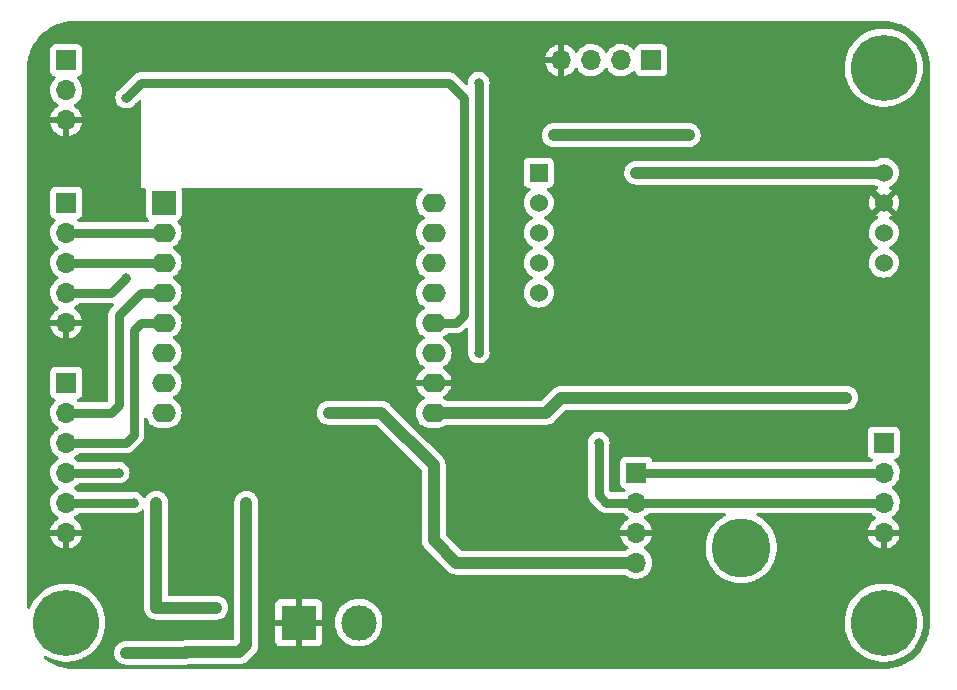
<source format=gbl>
%TF.GenerationSoftware,KiCad,Pcbnew,(6.0.6)*%
%TF.CreationDate,2022-07-17T21:08:35+02:00*%
%TF.ProjectId,esp8266-homenode,65737038-3236-4362-9d68-6f6d656e6f64,rev?*%
%TF.SameCoordinates,Original*%
%TF.FileFunction,Copper,L2,Bot*%
%TF.FilePolarity,Positive*%
%FSLAX46Y46*%
G04 Gerber Fmt 4.6, Leading zero omitted, Abs format (unit mm)*
G04 Created by KiCad (PCBNEW (6.0.6)) date 2022-07-17 21:08:35*
%MOMM*%
%LPD*%
G01*
G04 APERTURE LIST*
%TA.AperFunction,ComponentPad*%
%ADD10R,2.000000X2.000000*%
%TD*%
%TA.AperFunction,ComponentPad*%
%ADD11O,2.000000X1.600000*%
%TD*%
%TA.AperFunction,ComponentPad*%
%ADD12R,3.000000X3.000000*%
%TD*%
%TA.AperFunction,ComponentPad*%
%ADD13C,3.000000*%
%TD*%
%TA.AperFunction,ComponentPad*%
%ADD14R,1.700000X1.700000*%
%TD*%
%TA.AperFunction,ComponentPad*%
%ADD15O,1.700000X1.700000*%
%TD*%
%TA.AperFunction,ComponentPad*%
%ADD16C,5.600000*%
%TD*%
%TA.AperFunction,ComponentPad*%
%ADD17C,5.000000*%
%TD*%
%TA.AperFunction,ComponentPad*%
%ADD18R,1.524000X1.524000*%
%TD*%
%TA.AperFunction,ComponentPad*%
%ADD19C,1.524000*%
%TD*%
%TA.AperFunction,ViaPad*%
%ADD20C,0.800000*%
%TD*%
%TA.AperFunction,Conductor*%
%ADD21C,1.000000*%
%TD*%
%TA.AperFunction,Conductor*%
%ADD22C,0.750000*%
%TD*%
G04 APERTURE END LIST*
D10*
%TO.P,U1,1,~{RST}*%
%TO.N,unconnected-(U1-Pad1)*%
X94615000Y-69850000D03*
D11*
%TO.P,U1,2,A0*%
%TO.N,A0*%
X94615000Y-72390000D03*
%TO.P,U1,3,D0*%
%TO.N,D0*%
X94615000Y-74930000D03*
%TO.P,U1,4,SCK/D5*%
%TO.N,SCK*%
X94615000Y-77470000D03*
%TO.P,U1,5,MISO/D6*%
%TO.N,MISO*%
X94615000Y-80010000D03*
%TO.P,U1,6,MOSI/D7*%
%TO.N,MOSI*%
X94615000Y-82550000D03*
%TO.P,U1,7,CS/D8*%
%TO.N,CS*%
X94615000Y-85090000D03*
%TO.P,U1,8,3V3*%
%TO.N,unconnected-(U1-Pad8)*%
X94615000Y-87630000D03*
%TO.P,U1,9,5V*%
%TO.N,+5V*%
X117475000Y-87630000D03*
%TO.P,U1,10,GND*%
%TO.N,GND*%
X117475000Y-85090000D03*
%TO.P,U1,11,D4*%
%TO.N,ONE_WIRE*%
X117475000Y-82550000D03*
%TO.P,U1,12,D3*%
%TO.N,D3*%
X117475000Y-80010000D03*
%TO.P,U1,13,SDA/D2*%
%TO.N,SDA*%
X117475000Y-77470000D03*
%TO.P,U1,14,SCL/D1*%
%TO.N,SCL*%
X117475000Y-74930000D03*
%TO.P,U1,15,RX*%
%TO.N,RXD*%
X117475000Y-72390000D03*
%TO.P,U1,16,TX*%
%TO.N,TXD*%
X117475000Y-69850000D03*
%TD*%
D12*
%TO.P,J1,1,Pin_1*%
%TO.N,GND*%
X106045000Y-105410000D03*
D13*
%TO.P,J1,2,Pin_2*%
%TO.N,Net-(D1-Pad2)*%
X111125000Y-105410000D03*
%TD*%
D14*
%TO.P,J4,1,Pin_1*%
%TO.N,Net-(J4-Pad1)*%
X155575000Y-90170000D03*
D15*
%TO.P,J4,2,Pin_2*%
%TO.N,SDA*%
X155575000Y-92710000D03*
%TO.P,J4,3,Pin_3*%
%TO.N,SCL*%
X155575000Y-95250000D03*
%TO.P,J4,4,Pin_4*%
%TO.N,GND*%
X155575000Y-97790000D03*
%TD*%
D16*
%TO.P,REF\u002A\u002A,1*%
%TO.N,N/C*%
X155575000Y-105410000D03*
%TD*%
%TO.P,REF\u002A\u002A,1*%
%TO.N,N/C*%
X155575000Y-58420000D03*
%TD*%
D14*
%TO.P,J7,1,Pin_1*%
%TO.N,Net-(J7-Pad1)*%
X86360000Y-69855000D03*
D15*
%TO.P,J7,2,Pin_2*%
%TO.N,A0*%
X86360000Y-72395000D03*
%TO.P,J7,3,Pin_3*%
%TO.N,D0*%
X86360000Y-74935000D03*
%TO.P,J7,4,Pin_4*%
%TO.N,D3*%
X86360000Y-77475000D03*
%TO.P,J7,5,Pin_5*%
%TO.N,GND*%
X86360000Y-80015000D03*
%TD*%
D14*
%TO.P,J3,1,Pin_1*%
%TO.N,+3V3*%
X86360000Y-57800000D03*
D15*
%TO.P,J3,2,Pin_2*%
%TO.N,Net-(J3-Pad2)*%
X86360000Y-60340000D03*
%TO.P,J3,3,Pin_3*%
%TO.N,GND*%
X86360000Y-62880000D03*
%TD*%
D17*
%TO.P,J2,*%
%TO.N,*%
X143510000Y-99060000D03*
D14*
%TO.P,J2,1,Pin_1*%
%TO.N,SDA*%
X134620000Y-92710000D03*
D15*
%TO.P,J2,2,Pin_2*%
%TO.N,SCL*%
X134620000Y-95250000D03*
%TO.P,J2,3,Pin_3*%
%TO.N,GND*%
X134620000Y-97790000D03*
%TO.P,J2,4,Pin_4*%
%TO.N,+3V3*%
X134620000Y-100330000D03*
%TD*%
D14*
%TO.P,J6,1,Pin_1*%
%TO.N,Net-(J6-Pad1)*%
X86360000Y-85090000D03*
D15*
%TO.P,J6,2,Pin_2*%
%TO.N,SCK*%
X86360000Y-87630000D03*
%TO.P,J6,3,Pin_3*%
%TO.N,MISO*%
X86360000Y-90170000D03*
%TO.P,J6,4,Pin_4*%
%TO.N,MOSI*%
X86360000Y-92710000D03*
%TO.P,J6,5,Pin_5*%
%TO.N,CS*%
X86360000Y-95250000D03*
%TO.P,J6,6,Pin_6*%
%TO.N,GND*%
X86360000Y-97790000D03*
%TD*%
D18*
%TO.P,U4,1,Vout*%
%TO.N,unconnected-(U4-Pad1)*%
X126365000Y-67310000D03*
D19*
%TO.P,U4,2,RXD*%
%TO.N,TXD*%
X126365000Y-69850000D03*
%TO.P,U4,3,TXD*%
%TO.N,RXD*%
X126365000Y-72390000D03*
%TO.P,U4,4,SR*%
%TO.N,unconnected-(U4-Pad4)*%
X126365000Y-74930000D03*
%TO.P,U4,5,HD*%
%TO.N,unconnected-(U4-Pad5)*%
X126365000Y-77470000D03*
%TO.P,U4,6,Vin*%
%TO.N,+5V*%
X155575000Y-67310000D03*
%TO.P,U4,7,GND*%
%TO.N,GND*%
X155575000Y-69850000D03*
%TO.P,U4,8,A0T*%
%TO.N,unconnected-(U4-Pad8)*%
X155575000Y-72390000D03*
%TO.P,U4,9,PWM*%
%TO.N,unconnected-(U4-Pad9)*%
X155575000Y-74930000D03*
%TD*%
D14*
%TO.P,J5,1,Pin_1*%
%TO.N,Net-(J5-Pad1)*%
X135890000Y-57785000D03*
D15*
%TO.P,J5,2,Pin_2*%
%TO.N,RXD*%
X133350000Y-57785000D03*
%TO.P,J5,3,Pin_3*%
%TO.N,TXD*%
X130810000Y-57785000D03*
%TO.P,J5,4,Pin_4*%
%TO.N,GND*%
X128270000Y-57785000D03*
%TD*%
D16*
%TO.P,REF\u002A\u002A,1*%
%TO.N,N/C*%
X86360000Y-105410000D03*
%TD*%
D20*
%TO.N,+3V3*%
X93980000Y-95250000D03*
X127635000Y-64135000D03*
X99060000Y-104140000D03*
X108585000Y-87630000D03*
X93980000Y-104140000D03*
X139065000Y-64135000D03*
%TO.N,SCL*%
X131445000Y-90170000D03*
%TO.N,CS*%
X92075000Y-95250000D03*
%TO.N,MOSI*%
X90805000Y-92710000D03*
%TO.N,+5V*%
X101600000Y-95250000D03*
X96490000Y-107920000D03*
X91440000Y-107950000D03*
X134590000Y-86360000D03*
X134620000Y-67310000D03*
X152400000Y-86360000D03*
%TO.N,D3*%
X91440000Y-60960000D03*
X91440000Y-76200000D03*
%TO.N,ONE_WIRE*%
X121285000Y-59690000D03*
X121285000Y-82550000D03*
%TD*%
D21*
%TO.N,+3V3*%
X139065000Y-64135000D02*
X127635000Y-64135000D01*
X117475000Y-92075000D02*
X117475000Y-98425000D01*
X108585000Y-87630000D02*
X113030000Y-87630000D01*
X93980000Y-95250000D02*
X93980000Y-104140000D01*
X99060000Y-104140000D02*
X93980000Y-104140000D01*
X117475000Y-98425000D02*
X119380000Y-100330000D01*
X113030000Y-87630000D02*
X117475000Y-92075000D01*
X119380000Y-100330000D02*
X134620000Y-100330000D01*
D22*
%TO.N,SDA*%
X134620000Y-92710000D02*
X155575000Y-92710000D01*
%TO.N,SCL*%
X131445000Y-90170000D02*
X131445000Y-94615000D01*
X132080000Y-95250000D02*
X134620000Y-95250000D01*
X134620000Y-95250000D02*
X155575000Y-95250000D01*
X131445000Y-94615000D02*
X132080000Y-95250000D01*
%TO.N,CS*%
X86360000Y-95250000D02*
X92075000Y-95250000D01*
%TO.N,MOSI*%
X86360000Y-92710000D02*
X90805000Y-92710000D01*
%TO.N,MISO*%
X92710000Y-80010000D02*
X94615000Y-80010000D01*
X86360000Y-90170000D02*
X91440000Y-90170000D01*
X91440000Y-90170000D02*
X92075000Y-89535000D01*
X92075000Y-89535000D02*
X92075000Y-80645000D01*
X92075000Y-80645000D02*
X92710000Y-80010000D01*
%TO.N,SCK*%
X92710000Y-77470000D02*
X94615000Y-77470000D01*
X90805000Y-86995000D02*
X90805000Y-79375000D01*
X86360000Y-87630000D02*
X90170000Y-87630000D01*
X90170000Y-87630000D02*
X90805000Y-86995000D01*
X90805000Y-79375000D02*
X92710000Y-77470000D01*
D21*
%TO.N,+5V*%
X127000000Y-87630000D02*
X123190000Y-87630000D01*
X96490000Y-107920000D02*
X100995000Y-107920000D01*
X152400000Y-86360000D02*
X134590000Y-86360000D01*
X128270000Y-86360000D02*
X127000000Y-87630000D01*
X91440000Y-107950000D02*
X96460000Y-107950000D01*
X100995000Y-107920000D02*
X101600000Y-107315000D01*
X123190000Y-87630000D02*
X117475000Y-87630000D01*
X155575000Y-67310000D02*
X134620000Y-67310000D01*
X134590000Y-86360000D02*
X128270000Y-86360000D01*
X101600000Y-107315000D02*
X101600000Y-95250000D01*
X96460000Y-107950000D02*
X96490000Y-107920000D01*
D22*
%TO.N,D3*%
X92710000Y-59690000D02*
X118745000Y-59690000D01*
X119380000Y-80010000D02*
X117475000Y-80010000D01*
X86360000Y-77475000D02*
X90165000Y-77475000D01*
X91440000Y-60960000D02*
X92710000Y-59690000D01*
X118745000Y-59690000D02*
X120015000Y-60960000D01*
X120015000Y-60960000D02*
X120015000Y-79375000D01*
X90165000Y-77475000D02*
X91440000Y-76200000D01*
X120015000Y-79375000D02*
X119380000Y-80010000D01*
D21*
%TO.N,D0*%
X94610000Y-74935000D02*
X94615000Y-74930000D01*
D22*
X86360000Y-74935000D02*
X94610000Y-74935000D01*
%TO.N,A0*%
X86360000Y-72395000D02*
X94610000Y-72395000D01*
X94610000Y-72395000D02*
X94615000Y-72390000D01*
%TO.N,ONE_WIRE*%
X121285000Y-82550000D02*
X121285000Y-59690000D01*
%TD*%
%TA.AperFunction,Conductor*%
%TO.N,GND*%
G36*
X155545018Y-54485000D02*
G01*
X155559852Y-54487310D01*
X155559855Y-54487310D01*
X155568724Y-54488691D01*
X155586033Y-54486428D01*
X155588656Y-54486085D01*
X155610810Y-54485156D01*
X155932397Y-54500023D01*
X155943985Y-54501097D01*
X156292566Y-54549722D01*
X156304006Y-54551861D01*
X156646613Y-54632441D01*
X156657789Y-54635621D01*
X156824651Y-54691548D01*
X156991504Y-54747472D01*
X157002356Y-54751676D01*
X157324324Y-54893839D01*
X157334729Y-54899019D01*
X157642223Y-55070292D01*
X157652100Y-55076408D01*
X157942465Y-55275313D01*
X157951753Y-55282327D01*
X158222528Y-55507175D01*
X158231128Y-55515016D01*
X158479984Y-55763872D01*
X158487825Y-55772472D01*
X158712673Y-56043247D01*
X158719687Y-56052535D01*
X158918592Y-56342900D01*
X158924708Y-56352777D01*
X159095981Y-56660271D01*
X159101161Y-56670676D01*
X159243324Y-56992644D01*
X159247528Y-57003496D01*
X159303452Y-57170349D01*
X159353433Y-57319470D01*
X159359376Y-57337202D01*
X159362559Y-57348387D01*
X159405509Y-57531000D01*
X159443139Y-57690994D01*
X159445278Y-57702434D01*
X159493385Y-58047298D01*
X159493903Y-58051015D01*
X159494977Y-58062604D01*
X159509502Y-58376784D01*
X159508136Y-58401986D01*
X159507855Y-58403794D01*
X159506309Y-58413724D01*
X159507473Y-58422626D01*
X159507473Y-58422628D01*
X159509398Y-58437344D01*
X159510390Y-58444928D01*
X159510436Y-58445283D01*
X159511500Y-58461621D01*
X159511500Y-105360633D01*
X159510000Y-105380018D01*
X159506309Y-105403724D01*
X159507473Y-105412625D01*
X159508915Y-105423656D01*
X159509844Y-105445810D01*
X159494977Y-105767396D01*
X159493903Y-105778985D01*
X159445278Y-106127566D01*
X159443139Y-106139006D01*
X159367871Y-106459029D01*
X159362561Y-106481604D01*
X159359376Y-106492798D01*
X159247528Y-106826504D01*
X159243324Y-106837356D01*
X159101161Y-107159324D01*
X159095981Y-107169729D01*
X158924708Y-107477223D01*
X158918592Y-107487100D01*
X158719687Y-107777465D01*
X158712673Y-107786753D01*
X158487825Y-108057528D01*
X158479984Y-108066128D01*
X158231128Y-108314984D01*
X158222528Y-108322825D01*
X157951753Y-108547673D01*
X157942465Y-108554687D01*
X157652100Y-108753592D01*
X157642223Y-108759708D01*
X157334729Y-108930981D01*
X157324324Y-108936161D01*
X157002356Y-109078324D01*
X156991504Y-109082528D01*
X156824651Y-109138452D01*
X156657789Y-109194379D01*
X156646613Y-109197559D01*
X156315570Y-109275419D01*
X156304006Y-109278139D01*
X156292566Y-109280278D01*
X155943985Y-109328903D01*
X155932396Y-109329977D01*
X155618216Y-109344502D01*
X155593014Y-109343136D01*
X155590153Y-109342691D01*
X155590151Y-109342691D01*
X155581276Y-109341309D01*
X155572374Y-109342473D01*
X155572372Y-109342473D01*
X155561347Y-109343915D01*
X155549714Y-109345436D01*
X155533379Y-109346500D01*
X87044367Y-109346500D01*
X87024982Y-109345000D01*
X87010148Y-109342690D01*
X87010145Y-109342690D01*
X87001276Y-109341309D01*
X86987303Y-109343136D01*
X86981344Y-109343915D01*
X86959190Y-109344844D01*
X86637603Y-109329977D01*
X86626015Y-109328903D01*
X86277434Y-109280278D01*
X86265994Y-109278139D01*
X86254430Y-109275419D01*
X85923387Y-109197559D01*
X85912211Y-109194379D01*
X85745349Y-109138452D01*
X85578496Y-109082528D01*
X85567644Y-109078324D01*
X85245676Y-108936161D01*
X85235271Y-108930981D01*
X84927777Y-108759708D01*
X84917900Y-108753592D01*
X84627535Y-108554687D01*
X84618248Y-108547673D01*
X84477576Y-108430861D01*
X84437946Y-108371954D01*
X84436455Y-108300973D01*
X84473576Y-108240454D01*
X84537523Y-108209612D01*
X84607994Y-108218237D01*
X84623529Y-108226263D01*
X84791355Y-108328303D01*
X84791360Y-108328306D01*
X84794270Y-108330075D01*
X84797358Y-108331521D01*
X84797357Y-108331521D01*
X85115710Y-108480649D01*
X85115720Y-108480653D01*
X85118794Y-108482093D01*
X85122012Y-108483195D01*
X85122015Y-108483196D01*
X85454615Y-108597071D01*
X85454623Y-108597073D01*
X85457838Y-108598174D01*
X85807435Y-108676959D01*
X85859728Y-108682917D01*
X86160114Y-108717142D01*
X86160122Y-108717142D01*
X86163497Y-108717527D01*
X86166901Y-108717545D01*
X86166904Y-108717545D01*
X86361227Y-108718562D01*
X86521857Y-108719403D01*
X86525243Y-108719053D01*
X86525245Y-108719053D01*
X86874932Y-108682917D01*
X86874941Y-108682916D01*
X86878324Y-108682566D01*
X86881657Y-108681852D01*
X86881660Y-108681851D01*
X87103390Y-108634316D01*
X87228727Y-108607446D01*
X87568968Y-108494922D01*
X87895066Y-108346311D01*
X87989052Y-108290506D01*
X88200262Y-108165099D01*
X88200267Y-108165096D01*
X88203207Y-108163350D01*
X88234456Y-108139888D01*
X88363635Y-108042897D01*
X88489786Y-107948180D01*
X88495402Y-107942925D01*
X90426645Y-107942925D01*
X90431195Y-107992925D01*
X90438379Y-108071855D01*
X90444570Y-108139888D01*
X90446308Y-108145794D01*
X90446309Y-108145798D01*
X90467629Y-108218237D01*
X90500410Y-108329619D01*
X90503263Y-108335077D01*
X90503265Y-108335081D01*
X90522542Y-108371954D01*
X90592040Y-108504890D01*
X90715968Y-108659025D01*
X90867474Y-108786154D01*
X90872872Y-108789121D01*
X90872877Y-108789125D01*
X90990926Y-108854022D01*
X91040787Y-108881433D01*
X91046654Y-108883294D01*
X91046656Y-108883295D01*
X91206114Y-108933878D01*
X91229306Y-108941235D01*
X91383227Y-108958500D01*
X96398157Y-108958500D01*
X96411764Y-108959237D01*
X96443262Y-108962659D01*
X96443267Y-108962659D01*
X96449388Y-108963324D01*
X96475638Y-108961027D01*
X96499388Y-108958950D01*
X96504214Y-108958621D01*
X96506686Y-108958500D01*
X96509769Y-108958500D01*
X96521738Y-108957326D01*
X96552506Y-108954310D01*
X96553819Y-108954188D01*
X96598084Y-108950315D01*
X96646413Y-108946087D01*
X96651532Y-108944600D01*
X96656833Y-108944080D01*
X96662734Y-108942298D01*
X96662736Y-108942298D01*
X96672923Y-108939222D01*
X96690625Y-108933878D01*
X96727041Y-108928500D01*
X100933157Y-108928500D01*
X100946764Y-108929237D01*
X100978262Y-108932659D01*
X100978267Y-108932659D01*
X100984388Y-108933324D01*
X101011249Y-108930974D01*
X101034388Y-108928950D01*
X101039214Y-108928621D01*
X101041686Y-108928500D01*
X101044769Y-108928500D01*
X101056738Y-108927326D01*
X101087506Y-108924310D01*
X101088819Y-108924188D01*
X101133084Y-108920315D01*
X101181413Y-108916087D01*
X101186532Y-108914600D01*
X101191833Y-108914080D01*
X101280834Y-108887209D01*
X101281967Y-108886874D01*
X101365414Y-108862630D01*
X101365418Y-108862628D01*
X101371336Y-108860909D01*
X101376068Y-108858456D01*
X101381169Y-108856916D01*
X101386612Y-108854022D01*
X101463260Y-108813269D01*
X101464426Y-108812657D01*
X101541453Y-108772729D01*
X101546926Y-108769892D01*
X101551089Y-108766569D01*
X101555796Y-108764066D01*
X101627918Y-108705245D01*
X101628774Y-108704554D01*
X101667973Y-108673262D01*
X101670477Y-108670758D01*
X101671195Y-108670116D01*
X101675528Y-108666415D01*
X101709062Y-108639065D01*
X101738288Y-108603736D01*
X101746279Y-108594955D01*
X102269379Y-108071855D01*
X102279522Y-108062753D01*
X102304218Y-108042897D01*
X102309025Y-108039032D01*
X102341292Y-108000578D01*
X102344472Y-107996931D01*
X102346115Y-107995119D01*
X102348309Y-107992925D01*
X102375642Y-107959651D01*
X102376348Y-107958800D01*
X102383545Y-107950224D01*
X102436154Y-107887526D01*
X102438722Y-107882856D01*
X102442103Y-107878739D01*
X102485977Y-107796914D01*
X102486606Y-107795755D01*
X102528462Y-107719619D01*
X102528465Y-107719611D01*
X102531433Y-107714213D01*
X102533045Y-107709131D01*
X102535562Y-107704437D01*
X102562762Y-107615469D01*
X102563108Y-107614358D01*
X102579342Y-107563186D01*
X102591235Y-107525694D01*
X102591829Y-107520398D01*
X102593387Y-107515302D01*
X102602790Y-107422743D01*
X102602911Y-107421607D01*
X102608500Y-107371773D01*
X102608500Y-107368246D01*
X102608555Y-107367261D01*
X102609002Y-107361581D01*
X102613374Y-107318538D01*
X102609059Y-107272891D01*
X102608500Y-107261033D01*
X102608500Y-106954669D01*
X104037001Y-106954669D01*
X104037371Y-106961490D01*
X104042895Y-107012352D01*
X104046521Y-107027604D01*
X104091676Y-107148054D01*
X104100214Y-107163649D01*
X104176715Y-107265724D01*
X104189276Y-107278285D01*
X104291351Y-107354786D01*
X104306946Y-107363324D01*
X104427394Y-107408478D01*
X104442649Y-107412105D01*
X104493514Y-107417631D01*
X104500328Y-107418000D01*
X105772885Y-107418000D01*
X105788124Y-107413525D01*
X105789329Y-107412135D01*
X105791000Y-107404452D01*
X105791000Y-107399884D01*
X106299000Y-107399884D01*
X106303475Y-107415123D01*
X106304865Y-107416328D01*
X106312548Y-107417999D01*
X107589669Y-107417999D01*
X107596490Y-107417629D01*
X107647352Y-107412105D01*
X107662604Y-107408479D01*
X107783054Y-107363324D01*
X107798649Y-107354786D01*
X107900724Y-107278285D01*
X107913285Y-107265724D01*
X107989786Y-107163649D01*
X107998324Y-107148054D01*
X108043478Y-107027606D01*
X108047105Y-107012351D01*
X108052631Y-106961486D01*
X108053000Y-106954672D01*
X108053000Y-105682115D01*
X108048525Y-105666876D01*
X108047135Y-105665671D01*
X108039452Y-105664000D01*
X106317115Y-105664000D01*
X106301876Y-105668475D01*
X106300671Y-105669865D01*
X106299000Y-105677548D01*
X106299000Y-107399884D01*
X105791000Y-107399884D01*
X105791000Y-105682115D01*
X105786525Y-105666876D01*
X105785135Y-105665671D01*
X105777452Y-105664000D01*
X104055116Y-105664000D01*
X104039877Y-105668475D01*
X104038672Y-105669865D01*
X104037001Y-105677548D01*
X104037001Y-106954669D01*
X102608500Y-106954669D01*
X102608500Y-105388918D01*
X109111917Y-105388918D01*
X109127682Y-105662320D01*
X109128507Y-105666525D01*
X109128508Y-105666533D01*
X109152228Y-105787435D01*
X109180405Y-105931053D01*
X109181792Y-105935103D01*
X109181793Y-105935108D01*
X109253337Y-106144070D01*
X109269112Y-106190144D01*
X109392160Y-106434799D01*
X109394586Y-106438328D01*
X109394589Y-106438334D01*
X109544843Y-106656953D01*
X109547274Y-106660490D01*
X109731582Y-106863043D01*
X109734877Y-106865798D01*
X109734878Y-106865799D01*
X109789536Y-106911500D01*
X109941675Y-107038707D01*
X109945316Y-107040991D01*
X110170024Y-107181951D01*
X110170028Y-107181953D01*
X110173664Y-107184234D01*
X110277095Y-107230935D01*
X110419345Y-107295164D01*
X110419349Y-107295166D01*
X110423257Y-107296930D01*
X110427377Y-107298150D01*
X110427376Y-107298150D01*
X110681723Y-107373491D01*
X110681727Y-107373492D01*
X110685836Y-107374709D01*
X110690070Y-107375357D01*
X110690075Y-107375358D01*
X110952298Y-107415483D01*
X110952300Y-107415483D01*
X110956540Y-107416132D01*
X111095912Y-107418322D01*
X111226071Y-107420367D01*
X111226077Y-107420367D01*
X111230362Y-107420434D01*
X111502235Y-107387534D01*
X111767127Y-107318041D01*
X111771087Y-107316401D01*
X111771092Y-107316399D01*
X111904756Y-107261033D01*
X112020136Y-107213241D01*
X112197103Y-107109830D01*
X112252879Y-107077237D01*
X112252880Y-107077236D01*
X112256582Y-107075073D01*
X112472089Y-106906094D01*
X112513809Y-106863043D01*
X112659686Y-106712509D01*
X112662669Y-106709431D01*
X112665202Y-106705983D01*
X112665206Y-106705978D01*
X112822257Y-106492178D01*
X112824795Y-106488723D01*
X112852154Y-106438334D01*
X112953418Y-106251830D01*
X112953419Y-106251828D01*
X112955468Y-106248054D01*
X113052269Y-105991877D01*
X113106214Y-105756340D01*
X113112449Y-105729117D01*
X113112450Y-105729113D01*
X113113407Y-105724933D01*
X113117229Y-105682115D01*
X113137531Y-105454627D01*
X113137531Y-105454625D01*
X113137751Y-105452161D01*
X113138166Y-105412625D01*
X113138167Y-105412484D01*
X113138167Y-105412483D01*
X113138193Y-105410000D01*
X113137405Y-105398434D01*
X152261661Y-105398434D01*
X152261833Y-105401829D01*
X152261833Y-105401830D01*
X152276032Y-105682115D01*
X152279792Y-105756340D01*
X152280329Y-105759695D01*
X152280330Y-105759701D01*
X152285316Y-105790828D01*
X152336470Y-106110195D01*
X152431033Y-106455859D01*
X152562374Y-106789288D01*
X152581913Y-106826504D01*
X152713551Y-107077237D01*
X152728957Y-107106582D01*
X152730858Y-107109411D01*
X152730864Y-107109421D01*
X152844337Y-107278285D01*
X152928834Y-107404029D01*
X153159665Y-107678150D01*
X153418751Y-107925738D01*
X153703061Y-108143897D01*
X153735056Y-108163350D01*
X154006355Y-108328303D01*
X154006360Y-108328306D01*
X154009270Y-108330075D01*
X154012358Y-108331521D01*
X154012357Y-108331521D01*
X154330710Y-108480649D01*
X154330720Y-108480653D01*
X154333794Y-108482093D01*
X154337012Y-108483195D01*
X154337015Y-108483196D01*
X154669615Y-108597071D01*
X154669623Y-108597073D01*
X154672838Y-108598174D01*
X155022435Y-108676959D01*
X155074728Y-108682917D01*
X155375114Y-108717142D01*
X155375122Y-108717142D01*
X155378497Y-108717527D01*
X155381901Y-108717545D01*
X155381904Y-108717545D01*
X155576227Y-108718562D01*
X155736857Y-108719403D01*
X155740243Y-108719053D01*
X155740245Y-108719053D01*
X156089932Y-108682917D01*
X156089941Y-108682916D01*
X156093324Y-108682566D01*
X156096657Y-108681852D01*
X156096660Y-108681851D01*
X156318390Y-108634316D01*
X156443727Y-108607446D01*
X156783968Y-108494922D01*
X157110066Y-108346311D01*
X157204052Y-108290506D01*
X157415262Y-108165099D01*
X157415267Y-108165096D01*
X157418207Y-108163350D01*
X157449456Y-108139888D01*
X157578635Y-108042897D01*
X157704786Y-107948180D01*
X157966451Y-107703319D01*
X158200140Y-107431630D01*
X158349106Y-107214883D01*
X158401190Y-107139101D01*
X158401195Y-107139094D01*
X158403120Y-107136292D01*
X158404732Y-107133298D01*
X158404737Y-107133290D01*
X158571395Y-106823772D01*
X158573017Y-106820760D01*
X158706188Y-106492798D01*
X158706562Y-106491877D01*
X158706564Y-106491872D01*
X158707842Y-106488724D01*
X158718142Y-106452568D01*
X158769867Y-106270986D01*
X158806020Y-106144070D01*
X158866401Y-105790828D01*
X158867126Y-105778985D01*
X158887265Y-105449686D01*
X158888278Y-105433131D01*
X158888350Y-105412625D01*
X158888353Y-105411819D01*
X158888353Y-105411806D01*
X158888359Y-105410000D01*
X158868979Y-105052159D01*
X158811066Y-104698505D01*
X158715297Y-104353173D01*
X158713897Y-104349653D01*
X158584052Y-104023369D01*
X158582793Y-104020205D01*
X158532605Y-103925417D01*
X158416702Y-103706513D01*
X158416698Y-103706506D01*
X158415103Y-103703494D01*
X158214190Y-103406746D01*
X158209131Y-103400780D01*
X157995406Y-103148765D01*
X157982403Y-103133432D01*
X157722454Y-102886750D01*
X157437384Y-102669585D01*
X157434472Y-102667828D01*
X157434467Y-102667825D01*
X157133443Y-102486236D01*
X157133437Y-102486233D01*
X157130528Y-102484478D01*
X156805475Y-102333593D01*
X156635752Y-102276145D01*
X156469255Y-102219789D01*
X156469250Y-102219788D01*
X156466028Y-102218697D01*
X156267681Y-102174724D01*
X156119493Y-102141871D01*
X156119487Y-102141870D01*
X156116158Y-102141132D01*
X156112769Y-102140758D01*
X156112764Y-102140757D01*
X155763338Y-102102180D01*
X155763333Y-102102180D01*
X155759957Y-102101807D01*
X155756558Y-102101801D01*
X155756557Y-102101801D01*
X155587080Y-102101505D01*
X155401592Y-102101182D01*
X155288413Y-102113277D01*
X155048639Y-102138901D01*
X155048631Y-102138902D01*
X155045256Y-102139263D01*
X154695117Y-102215606D01*
X154355271Y-102329317D01*
X154352178Y-102330739D01*
X154352177Y-102330740D01*
X154345974Y-102333593D01*
X154029694Y-102479066D01*
X153722193Y-102663101D01*
X153719467Y-102665163D01*
X153719465Y-102665164D01*
X153713620Y-102669585D01*
X153436367Y-102879270D01*
X153175559Y-103125043D01*
X153173347Y-103127633D01*
X153173345Y-103127635D01*
X153168394Y-103133432D01*
X152942819Y-103397546D01*
X152940900Y-103400358D01*
X152940897Y-103400363D01*
X152922719Y-103427011D01*
X152740871Y-103693591D01*
X152572077Y-104009714D01*
X152438411Y-104342218D01*
X152437491Y-104345492D01*
X152437489Y-104345497D01*
X152364081Y-104606656D01*
X152341437Y-104687213D01*
X152340875Y-104690570D01*
X152340875Y-104690571D01*
X152292799Y-104977866D01*
X152282290Y-105040663D01*
X152261661Y-105398434D01*
X113137405Y-105398434D01*
X113135704Y-105373487D01*
X113119859Y-105141055D01*
X113119858Y-105141049D01*
X113119567Y-105136778D01*
X113118034Y-105129373D01*
X113064901Y-104872809D01*
X113064032Y-104868612D01*
X112972617Y-104610465D01*
X112847013Y-104367112D01*
X112837040Y-104352921D01*
X112732335Y-104203941D01*
X112689545Y-104143057D01*
X112572581Y-104017189D01*
X112506046Y-103945588D01*
X112506043Y-103945585D01*
X112503125Y-103942445D01*
X112499810Y-103939731D01*
X112499806Y-103939728D01*
X112294523Y-103771706D01*
X112291205Y-103768990D01*
X112057704Y-103625901D01*
X112053768Y-103624173D01*
X111810873Y-103517549D01*
X111810869Y-103517548D01*
X111806945Y-103515825D01*
X111543566Y-103440800D01*
X111539324Y-103440196D01*
X111539318Y-103440195D01*
X111312366Y-103407895D01*
X111272443Y-103402213D01*
X111128589Y-103401460D01*
X111002877Y-103400802D01*
X111002871Y-103400802D01*
X110998591Y-103400780D01*
X110994347Y-103401339D01*
X110994343Y-103401339D01*
X110886416Y-103415548D01*
X110727078Y-103436525D01*
X110722938Y-103437658D01*
X110722936Y-103437658D01*
X110653418Y-103456676D01*
X110462928Y-103508788D01*
X110458980Y-103510472D01*
X110214982Y-103614546D01*
X110214978Y-103614548D01*
X110211030Y-103616232D01*
X110191125Y-103628145D01*
X109979725Y-103754664D01*
X109979721Y-103754667D01*
X109976043Y-103756868D01*
X109762318Y-103928094D01*
X109573808Y-104126742D01*
X109414002Y-104349136D01*
X109285857Y-104591161D01*
X109284385Y-104595184D01*
X109284383Y-104595188D01*
X109218560Y-104775056D01*
X109191743Y-104848337D01*
X109133404Y-105115907D01*
X109132114Y-105132298D01*
X109113376Y-105370386D01*
X109111917Y-105388918D01*
X102608500Y-105388918D01*
X102608500Y-105137885D01*
X104037000Y-105137885D01*
X104041475Y-105153124D01*
X104042865Y-105154329D01*
X104050548Y-105156000D01*
X105772885Y-105156000D01*
X105788124Y-105151525D01*
X105789329Y-105150135D01*
X105791000Y-105142452D01*
X105791000Y-105137885D01*
X106299000Y-105137885D01*
X106303475Y-105153124D01*
X106304865Y-105154329D01*
X106312548Y-105156000D01*
X108034884Y-105156000D01*
X108050123Y-105151525D01*
X108051328Y-105150135D01*
X108052999Y-105142452D01*
X108052999Y-103865331D01*
X108052629Y-103858510D01*
X108047105Y-103807648D01*
X108043479Y-103792396D01*
X107998324Y-103671946D01*
X107989786Y-103656351D01*
X107913285Y-103554276D01*
X107900724Y-103541715D01*
X107798649Y-103465214D01*
X107783054Y-103456676D01*
X107662606Y-103411522D01*
X107647351Y-103407895D01*
X107596486Y-103402369D01*
X107589672Y-103402000D01*
X106317115Y-103402000D01*
X106301876Y-103406475D01*
X106300671Y-103407865D01*
X106299000Y-103415548D01*
X106299000Y-105137885D01*
X105791000Y-105137885D01*
X105791000Y-103420116D01*
X105786525Y-103404877D01*
X105785135Y-103403672D01*
X105777452Y-103402001D01*
X104500331Y-103402001D01*
X104493510Y-103402371D01*
X104442648Y-103407895D01*
X104427396Y-103411521D01*
X104306946Y-103456676D01*
X104291351Y-103465214D01*
X104189276Y-103541715D01*
X104176715Y-103554276D01*
X104100214Y-103656351D01*
X104091676Y-103671946D01*
X104046522Y-103792394D01*
X104042895Y-103807649D01*
X104037369Y-103858514D01*
X104037000Y-103865328D01*
X104037000Y-105137885D01*
X102608500Y-105137885D01*
X102608500Y-95200231D01*
X102607814Y-95193227D01*
X102601756Y-95131452D01*
X102594080Y-95053167D01*
X102584774Y-95022342D01*
X102538697Y-94869731D01*
X102536916Y-94863831D01*
X102444066Y-94689204D01*
X102356123Y-94581375D01*
X102322960Y-94540713D01*
X102322957Y-94540710D01*
X102319065Y-94535938D01*
X102312724Y-94530692D01*
X102171425Y-94413799D01*
X102171421Y-94413797D01*
X102166675Y-94409870D01*
X101992701Y-94315802D01*
X101803768Y-94257318D01*
X101797643Y-94256674D01*
X101797642Y-94256674D01*
X101613204Y-94237289D01*
X101613202Y-94237289D01*
X101607075Y-94236645D01*
X101524576Y-94244153D01*
X101416251Y-94254011D01*
X101416248Y-94254012D01*
X101410112Y-94254570D01*
X101404206Y-94256308D01*
X101404202Y-94256309D01*
X101303507Y-94285945D01*
X101220381Y-94310410D01*
X101214923Y-94313263D01*
X101214919Y-94313265D01*
X101158287Y-94342872D01*
X101045110Y-94402040D01*
X100890975Y-94525968D01*
X100763846Y-94677474D01*
X100760879Y-94682872D01*
X100760875Y-94682877D01*
X100707864Y-94779305D01*
X100668567Y-94850787D01*
X100666706Y-94856654D01*
X100666705Y-94856656D01*
X100614146Y-95022342D01*
X100608765Y-95039306D01*
X100591500Y-95193227D01*
X100591500Y-106785500D01*
X100571498Y-106853621D01*
X100517842Y-106900114D01*
X100465500Y-106911500D01*
X96551840Y-106911500D01*
X96538232Y-106910763D01*
X96506736Y-106907341D01*
X96506732Y-106907341D01*
X96500611Y-106906676D01*
X96482611Y-106908251D01*
X96450609Y-106911050D01*
X96445784Y-106911379D01*
X96443313Y-106911500D01*
X96440231Y-106911500D01*
X96417763Y-106913703D01*
X96397489Y-106915691D01*
X96396174Y-106915813D01*
X96363913Y-106918636D01*
X96303587Y-106923913D01*
X96298468Y-106925400D01*
X96293167Y-106925920D01*
X96287266Y-106927702D01*
X96287264Y-106927702D01*
X96277077Y-106930778D01*
X96259375Y-106936122D01*
X96222959Y-106941500D01*
X91390231Y-106941500D01*
X91387175Y-106941800D01*
X91387168Y-106941800D01*
X91328660Y-106947537D01*
X91243167Y-106955920D01*
X91237266Y-106957702D01*
X91237264Y-106957702D01*
X91224718Y-106961490D01*
X91053831Y-107013084D01*
X90879204Y-107105934D01*
X90800968Y-107169742D01*
X90730713Y-107227040D01*
X90730710Y-107227043D01*
X90725938Y-107230935D01*
X90722011Y-107235682D01*
X90722009Y-107235684D01*
X90603799Y-107378575D01*
X90603797Y-107378579D01*
X90599870Y-107383325D01*
X90505802Y-107557299D01*
X90447318Y-107746232D01*
X90446674Y-107752357D01*
X90446674Y-107752358D01*
X90432407Y-107888107D01*
X90426645Y-107942925D01*
X88495402Y-107942925D01*
X88751451Y-107703319D01*
X88985140Y-107431630D01*
X89134106Y-107214883D01*
X89186190Y-107139101D01*
X89186195Y-107139094D01*
X89188120Y-107136292D01*
X89189732Y-107133298D01*
X89189737Y-107133290D01*
X89356395Y-106823772D01*
X89358017Y-106820760D01*
X89491188Y-106492798D01*
X89491562Y-106491877D01*
X89491564Y-106491872D01*
X89492842Y-106488724D01*
X89503142Y-106452568D01*
X89554867Y-106270986D01*
X89591020Y-106144070D01*
X89651401Y-105790828D01*
X89652126Y-105778985D01*
X89672265Y-105449686D01*
X89673278Y-105433131D01*
X89673350Y-105412625D01*
X89673353Y-105411819D01*
X89673353Y-105411806D01*
X89673359Y-105410000D01*
X89653979Y-105052159D01*
X89596066Y-104698505D01*
X89500297Y-104353173D01*
X89498897Y-104349653D01*
X89369052Y-104023369D01*
X89367793Y-104020205D01*
X89317605Y-103925417D01*
X89201702Y-103706513D01*
X89201698Y-103706506D01*
X89200103Y-103703494D01*
X88999190Y-103406746D01*
X88994131Y-103400780D01*
X88780406Y-103148765D01*
X88767403Y-103133432D01*
X88507454Y-102886750D01*
X88222384Y-102669585D01*
X88219472Y-102667828D01*
X88219467Y-102667825D01*
X87918443Y-102486236D01*
X87918437Y-102486233D01*
X87915528Y-102484478D01*
X87590475Y-102333593D01*
X87420752Y-102276145D01*
X87254255Y-102219789D01*
X87254250Y-102219788D01*
X87251028Y-102218697D01*
X87052681Y-102174724D01*
X86904493Y-102141871D01*
X86904487Y-102141870D01*
X86901158Y-102141132D01*
X86897769Y-102140758D01*
X86897764Y-102140757D01*
X86548338Y-102102180D01*
X86548333Y-102102180D01*
X86544957Y-102101807D01*
X86541558Y-102101801D01*
X86541557Y-102101801D01*
X86372080Y-102101505D01*
X86186592Y-102101182D01*
X86073413Y-102113277D01*
X85833639Y-102138901D01*
X85833631Y-102138902D01*
X85830256Y-102139263D01*
X85480117Y-102215606D01*
X85140271Y-102329317D01*
X85137178Y-102330739D01*
X85137177Y-102330740D01*
X85130974Y-102333593D01*
X84814694Y-102479066D01*
X84507193Y-102663101D01*
X84504467Y-102665163D01*
X84504465Y-102665164D01*
X84498620Y-102669585D01*
X84221367Y-102879270D01*
X83960559Y-103125043D01*
X83958347Y-103127633D01*
X83958345Y-103127635D01*
X83953394Y-103133432D01*
X83727819Y-103397546D01*
X83725900Y-103400358D01*
X83725897Y-103400363D01*
X83707719Y-103427011D01*
X83525871Y-103693591D01*
X83357077Y-104009714D01*
X83355806Y-104012876D01*
X83301407Y-104148197D01*
X83257440Y-104203941D01*
X83190315Y-104227066D01*
X83121344Y-104210229D01*
X83072424Y-104158776D01*
X83058500Y-104101200D01*
X83058500Y-98057966D01*
X85028257Y-98057966D01*
X85058565Y-98192446D01*
X85061645Y-98202275D01*
X85141770Y-98399603D01*
X85146413Y-98408794D01*
X85257694Y-98590388D01*
X85263777Y-98598699D01*
X85403213Y-98759667D01*
X85410580Y-98766883D01*
X85574434Y-98902916D01*
X85582881Y-98908831D01*
X85766756Y-99016279D01*
X85776042Y-99020729D01*
X85975001Y-99096703D01*
X85984899Y-99099579D01*
X86088250Y-99120606D01*
X86102299Y-99119410D01*
X86106000Y-99109065D01*
X86106000Y-99108517D01*
X86614000Y-99108517D01*
X86618064Y-99122359D01*
X86631478Y-99124393D01*
X86638184Y-99123534D01*
X86648262Y-99121392D01*
X86852255Y-99060191D01*
X86861842Y-99056433D01*
X87053095Y-98962739D01*
X87061945Y-98957464D01*
X87235328Y-98833792D01*
X87243200Y-98827139D01*
X87394052Y-98676812D01*
X87400730Y-98668965D01*
X87525003Y-98496020D01*
X87530313Y-98487183D01*
X87624670Y-98296267D01*
X87628469Y-98286672D01*
X87690377Y-98082910D01*
X87692555Y-98072837D01*
X87693986Y-98061962D01*
X87691775Y-98047778D01*
X87678617Y-98044000D01*
X86632115Y-98044000D01*
X86616876Y-98048475D01*
X86615671Y-98049865D01*
X86614000Y-98057548D01*
X86614000Y-99108517D01*
X86106000Y-99108517D01*
X86106000Y-98062115D01*
X86101525Y-98046876D01*
X86100135Y-98045671D01*
X86092452Y-98044000D01*
X85043225Y-98044000D01*
X85029694Y-98047973D01*
X85028257Y-98057966D01*
X83058500Y-98057966D01*
X83058500Y-95216695D01*
X84997251Y-95216695D01*
X84997548Y-95221848D01*
X84997548Y-95221851D01*
X85009812Y-95434547D01*
X85010110Y-95439715D01*
X85011247Y-95444761D01*
X85011248Y-95444767D01*
X85031119Y-95532939D01*
X85059222Y-95657639D01*
X85097461Y-95751811D01*
X85136867Y-95848856D01*
X85143266Y-95864616D01*
X85182638Y-95928866D01*
X85253072Y-96043803D01*
X85259987Y-96055088D01*
X85406250Y-96223938D01*
X85578126Y-96366632D01*
X85651955Y-96409774D01*
X85700679Y-96461412D01*
X85713750Y-96531195D01*
X85687019Y-96596967D01*
X85646562Y-96630327D01*
X85638457Y-96634546D01*
X85629738Y-96640036D01*
X85459433Y-96767905D01*
X85451726Y-96774748D01*
X85304590Y-96928717D01*
X85298104Y-96936727D01*
X85178098Y-97112649D01*
X85173000Y-97121623D01*
X85083338Y-97314783D01*
X85079775Y-97324470D01*
X85024389Y-97524183D01*
X85025912Y-97532607D01*
X85038292Y-97536000D01*
X87678344Y-97536000D01*
X87691875Y-97532027D01*
X87693180Y-97522947D01*
X87651214Y-97355875D01*
X87647894Y-97346124D01*
X87562972Y-97150814D01*
X87558105Y-97141739D01*
X87442426Y-96962926D01*
X87436136Y-96954757D01*
X87292806Y-96797240D01*
X87285273Y-96790215D01*
X87118139Y-96658222D01*
X87109556Y-96652520D01*
X87072602Y-96632120D01*
X87022631Y-96581687D01*
X87007859Y-96512245D01*
X87032975Y-96445839D01*
X87060327Y-96419232D01*
X87124825Y-96373226D01*
X87239860Y-96291173D01*
X87361208Y-96170249D01*
X87423579Y-96136333D01*
X87450147Y-96133500D01*
X91848653Y-96133500D01*
X91874850Y-96136253D01*
X91973056Y-96157128D01*
X91973061Y-96157128D01*
X91979513Y-96158500D01*
X92170487Y-96158500D01*
X92176939Y-96157128D01*
X92176944Y-96157128D01*
X92287288Y-96133673D01*
X92357288Y-96118794D01*
X92442016Y-96081071D01*
X92525722Y-96043803D01*
X92525724Y-96043802D01*
X92531752Y-96041118D01*
X92686253Y-95928866D01*
X92751865Y-95855996D01*
X92812310Y-95818758D01*
X92883294Y-95820110D01*
X92942278Y-95859624D01*
X92970536Y-95924754D01*
X92971500Y-95940308D01*
X92971500Y-104080127D01*
X92970810Y-104093297D01*
X92967622Y-104123633D01*
X92966645Y-104132925D01*
X92971218Y-104183173D01*
X92971500Y-104187207D01*
X92971500Y-104189769D01*
X92971800Y-104192827D01*
X92971800Y-104192831D01*
X92975895Y-104234596D01*
X92975977Y-104235471D01*
X92984570Y-104329888D01*
X92985573Y-104333297D01*
X92985920Y-104336833D01*
X93013334Y-104427630D01*
X93013561Y-104428390D01*
X93040410Y-104519619D01*
X93042058Y-104522772D01*
X93043084Y-104526169D01*
X93079782Y-104595188D01*
X93087669Y-104610022D01*
X93088016Y-104610681D01*
X93132040Y-104694890D01*
X93134265Y-104697658D01*
X93135934Y-104700796D01*
X93139831Y-104705574D01*
X93195941Y-104774372D01*
X93196494Y-104775056D01*
X93252102Y-104844218D01*
X93252108Y-104844224D01*
X93255968Y-104849025D01*
X93258689Y-104851308D01*
X93260935Y-104854062D01*
X93265682Y-104857989D01*
X93265684Y-104857991D01*
X93271691Y-104862960D01*
X93334136Y-104914619D01*
X93334671Y-104915065D01*
X93407474Y-104976154D01*
X93410589Y-104977866D01*
X93413325Y-104980130D01*
X93420605Y-104984066D01*
X93496865Y-105025300D01*
X93497603Y-105025702D01*
X93580787Y-105071433D01*
X93584170Y-105072506D01*
X93587299Y-105074198D01*
X93678002Y-105102275D01*
X93678842Y-105102538D01*
X93763435Y-105129373D01*
X93763439Y-105129374D01*
X93769306Y-105131235D01*
X93772837Y-105131631D01*
X93776232Y-105132682D01*
X93870707Y-105142611D01*
X93871421Y-105142689D01*
X93923227Y-105148500D01*
X93925800Y-105148500D01*
X93929776Y-105148820D01*
X93966796Y-105152711D01*
X93966798Y-105152711D01*
X93972925Y-105153355D01*
X94020570Y-105149019D01*
X94031990Y-105148500D01*
X99109769Y-105148500D01*
X99112825Y-105148200D01*
X99112832Y-105148200D01*
X99171450Y-105142452D01*
X99256833Y-105134080D01*
X99262734Y-105132298D01*
X99262736Y-105132298D01*
X99362176Y-105102275D01*
X99446169Y-105076916D01*
X99620796Y-104984066D01*
X99707062Y-104913709D01*
X99769287Y-104862960D01*
X99769290Y-104862957D01*
X99774062Y-104859065D01*
X99778201Y-104854062D01*
X99896201Y-104711425D01*
X99896203Y-104711421D01*
X99900130Y-104706675D01*
X99994198Y-104532701D01*
X100052682Y-104343768D01*
X100054666Y-104324889D01*
X100072711Y-104153204D01*
X100072711Y-104153202D01*
X100073355Y-104147075D01*
X100061809Y-104020205D01*
X100055989Y-103956251D01*
X100055988Y-103956248D01*
X100055430Y-103950112D01*
X100028471Y-103858510D01*
X100022751Y-103839076D01*
X99999590Y-103760381D01*
X99996602Y-103754664D01*
X99910813Y-103590568D01*
X99907960Y-103585110D01*
X99784032Y-103430975D01*
X99632526Y-103303846D01*
X99627128Y-103300879D01*
X99627123Y-103300875D01*
X99464608Y-103211533D01*
X99464609Y-103211533D01*
X99459213Y-103208567D01*
X99453346Y-103206706D01*
X99453344Y-103206705D01*
X99276564Y-103150627D01*
X99276563Y-103150627D01*
X99270694Y-103148765D01*
X99116773Y-103131500D01*
X95114500Y-103131500D01*
X95046379Y-103111498D01*
X94999886Y-103057842D01*
X94988500Y-103005500D01*
X94988500Y-95200231D01*
X94987814Y-95193227D01*
X94981756Y-95131452D01*
X94974080Y-95053167D01*
X94964774Y-95022342D01*
X94918697Y-94869731D01*
X94916916Y-94863831D01*
X94824066Y-94689204D01*
X94736123Y-94581375D01*
X94702960Y-94540713D01*
X94702957Y-94540710D01*
X94699065Y-94535938D01*
X94692724Y-94530692D01*
X94551425Y-94413799D01*
X94551421Y-94413797D01*
X94546675Y-94409870D01*
X94372701Y-94315802D01*
X94183768Y-94257318D01*
X94177643Y-94256674D01*
X94177642Y-94256674D01*
X93993204Y-94237289D01*
X93993202Y-94237289D01*
X93987075Y-94236645D01*
X93904576Y-94244153D01*
X93796251Y-94254011D01*
X93796248Y-94254012D01*
X93790112Y-94254570D01*
X93784206Y-94256308D01*
X93784202Y-94256309D01*
X93683507Y-94285945D01*
X93600381Y-94310410D01*
X93594923Y-94313263D01*
X93594919Y-94313265D01*
X93538287Y-94342872D01*
X93425110Y-94402040D01*
X93270975Y-94525968D01*
X93143846Y-94677474D01*
X93140879Y-94682872D01*
X93140875Y-94682877D01*
X93080687Y-94792360D01*
X93030341Y-94842419D01*
X92960924Y-94857312D01*
X92894475Y-94832311D01*
X92861153Y-94794658D01*
X92817344Y-94718778D01*
X92817342Y-94718775D01*
X92814040Y-94713056D01*
X92770390Y-94664577D01*
X92690675Y-94576045D01*
X92690674Y-94576044D01*
X92686253Y-94571134D01*
X92531752Y-94458882D01*
X92525724Y-94456198D01*
X92525722Y-94456197D01*
X92363319Y-94383891D01*
X92363318Y-94383891D01*
X92357288Y-94381206D01*
X92263888Y-94361353D01*
X92176944Y-94342872D01*
X92176939Y-94342872D01*
X92170487Y-94341500D01*
X91979513Y-94341500D01*
X91973061Y-94342872D01*
X91973056Y-94342872D01*
X91884037Y-94361794D01*
X91878454Y-94362981D01*
X91874850Y-94363747D01*
X91848653Y-94366500D01*
X87448605Y-94366500D01*
X87380484Y-94346498D01*
X87355412Y-94325300D01*
X87293148Y-94256873D01*
X87293145Y-94256870D01*
X87289670Y-94253051D01*
X87285619Y-94249852D01*
X87285615Y-94249848D01*
X87118414Y-94117800D01*
X87118410Y-94117798D01*
X87114359Y-94114598D01*
X87073053Y-94091796D01*
X87023084Y-94041364D01*
X87008312Y-93971921D01*
X87033428Y-93905516D01*
X87060780Y-93878909D01*
X87104603Y-93847650D01*
X87239860Y-93751173D01*
X87361208Y-93630249D01*
X87423579Y-93596333D01*
X87450147Y-93593500D01*
X90578653Y-93593500D01*
X90604850Y-93596253D01*
X90703056Y-93617128D01*
X90703061Y-93617128D01*
X90709513Y-93618500D01*
X90900487Y-93618500D01*
X90906939Y-93617128D01*
X90906944Y-93617128D01*
X91016662Y-93593806D01*
X91087288Y-93578794D01*
X91230375Y-93515088D01*
X91255722Y-93503803D01*
X91255724Y-93503802D01*
X91261752Y-93501118D01*
X91416253Y-93388866D01*
X91544040Y-93246944D01*
X91615931Y-93122425D01*
X91636223Y-93087279D01*
X91636224Y-93087278D01*
X91639527Y-93081556D01*
X91698542Y-92899928D01*
X91711157Y-92779908D01*
X91717814Y-92716565D01*
X91718504Y-92710000D01*
X91698542Y-92520072D01*
X91639527Y-92338444D01*
X91544040Y-92173056D01*
X91505289Y-92130018D01*
X91420675Y-92036045D01*
X91420674Y-92036044D01*
X91416253Y-92031134D01*
X91261752Y-91918882D01*
X91255724Y-91916198D01*
X91255722Y-91916197D01*
X91093319Y-91843891D01*
X91093318Y-91843891D01*
X91087288Y-91841206D01*
X90965331Y-91815283D01*
X90906944Y-91802872D01*
X90906939Y-91802872D01*
X90900487Y-91801500D01*
X90709513Y-91801500D01*
X90703061Y-91802872D01*
X90703056Y-91802872D01*
X90644669Y-91815283D01*
X90608454Y-91822981D01*
X90604850Y-91823747D01*
X90578653Y-91826500D01*
X87448605Y-91826500D01*
X87380484Y-91806498D01*
X87355412Y-91785300D01*
X87293148Y-91716873D01*
X87293146Y-91716872D01*
X87289670Y-91713051D01*
X87285619Y-91709852D01*
X87285615Y-91709848D01*
X87118414Y-91577800D01*
X87118410Y-91577798D01*
X87114359Y-91574598D01*
X87073053Y-91551796D01*
X87023084Y-91501364D01*
X87008312Y-91431921D01*
X87033428Y-91365516D01*
X87060780Y-91338909D01*
X87104603Y-91307650D01*
X87239860Y-91211173D01*
X87361208Y-91090249D01*
X87423579Y-91056333D01*
X87450147Y-91053500D01*
X91360543Y-91053500D01*
X91380255Y-91055051D01*
X91393507Y-91057150D01*
X91400094Y-91056805D01*
X91400098Y-91056805D01*
X91459850Y-91053673D01*
X91466445Y-91053500D01*
X91486306Y-91053500D01*
X91506069Y-91051423D01*
X91512628Y-91050907D01*
X91528427Y-91050079D01*
X91572377Y-91047776D01*
X91572381Y-91047775D01*
X91578971Y-91047430D01*
X91591929Y-91043958D01*
X91611372Y-91040355D01*
X91611795Y-91040311D01*
X91624702Y-91038954D01*
X91687894Y-91018422D01*
X91694196Y-91016556D01*
X91751985Y-91001071D01*
X91758363Y-90999362D01*
X91764242Y-90996366D01*
X91764251Y-90996363D01*
X91770317Y-90993272D01*
X91788579Y-90985708D01*
X91795043Y-90983608D01*
X91795051Y-90983605D01*
X91801331Y-90981564D01*
X91807050Y-90978262D01*
X91807055Y-90978260D01*
X91858867Y-90948346D01*
X91864637Y-90945213D01*
X91923839Y-90915047D01*
X91934259Y-90906609D01*
X91950552Y-90895411D01*
X91950903Y-90895209D01*
X91962169Y-90888704D01*
X91967075Y-90884287D01*
X91967080Y-90884283D01*
X92011538Y-90844253D01*
X92016554Y-90839969D01*
X92029409Y-90829559D01*
X92029412Y-90829556D01*
X92031986Y-90827472D01*
X92046031Y-90813427D01*
X92050816Y-90808886D01*
X92072879Y-90789020D01*
X92100185Y-90764434D01*
X92108069Y-90753582D01*
X92120912Y-90738545D01*
X92643542Y-90215915D01*
X92658577Y-90203074D01*
X92664084Y-90199073D01*
X92664090Y-90199068D01*
X92669434Y-90195185D01*
X92713895Y-90145806D01*
X92718436Y-90141021D01*
X92732472Y-90126985D01*
X92744969Y-90111553D01*
X92749253Y-90106538D01*
X92789283Y-90062080D01*
X92789287Y-90062075D01*
X92793704Y-90057169D01*
X92800412Y-90045551D01*
X92811607Y-90029263D01*
X92815890Y-90023974D01*
X92815891Y-90023973D01*
X92820048Y-90018839D01*
X92850214Y-89959634D01*
X92853337Y-89953881D01*
X92886564Y-89896331D01*
X92888606Y-89890047D01*
X92888608Y-89890042D01*
X92890708Y-89883579D01*
X92898272Y-89865317D01*
X92901363Y-89859251D01*
X92901366Y-89859242D01*
X92904362Y-89853363D01*
X92921556Y-89789196D01*
X92923422Y-89782894D01*
X92943954Y-89719702D01*
X92945355Y-89706372D01*
X92948958Y-89686929D01*
X92952430Y-89673971D01*
X92955907Y-89607628D01*
X92956424Y-89601059D01*
X92958156Y-89584577D01*
X92958500Y-89581306D01*
X92958500Y-89561445D01*
X92958673Y-89554850D01*
X92961805Y-89495098D01*
X92961805Y-89495094D01*
X92962150Y-89488507D01*
X92960051Y-89475253D01*
X92958500Y-89455544D01*
X92958500Y-88171049D01*
X92978502Y-88102928D01*
X93032158Y-88056435D01*
X93102432Y-88046331D01*
X93167012Y-88075825D01*
X93198695Y-88117798D01*
X93277477Y-88286749D01*
X93345056Y-88383262D01*
X93388782Y-88445708D01*
X93408802Y-88474300D01*
X93570700Y-88636198D01*
X93575208Y-88639355D01*
X93575211Y-88639357D01*
X93615445Y-88667529D01*
X93758251Y-88767523D01*
X93763233Y-88769846D01*
X93763238Y-88769849D01*
X93882618Y-88825516D01*
X93965757Y-88864284D01*
X93971065Y-88865706D01*
X93971067Y-88865707D01*
X94181598Y-88922119D01*
X94181600Y-88922119D01*
X94186913Y-88923543D01*
X94286480Y-88932254D01*
X94355149Y-88938262D01*
X94355156Y-88938262D01*
X94357873Y-88938500D01*
X94872127Y-88938500D01*
X94874844Y-88938262D01*
X94874851Y-88938262D01*
X94943520Y-88932254D01*
X95043087Y-88923543D01*
X95048400Y-88922119D01*
X95048402Y-88922119D01*
X95258933Y-88865707D01*
X95258935Y-88865706D01*
X95264243Y-88864284D01*
X95347382Y-88825516D01*
X95466762Y-88769849D01*
X95466767Y-88769846D01*
X95471749Y-88767523D01*
X95614555Y-88667529D01*
X95654789Y-88639357D01*
X95654792Y-88639355D01*
X95659300Y-88636198D01*
X95821198Y-88474300D01*
X95841219Y-88445708D01*
X95884944Y-88383262D01*
X95952523Y-88286749D01*
X95954846Y-88281767D01*
X95954849Y-88281762D01*
X96046961Y-88084225D01*
X96046961Y-88084224D01*
X96049284Y-88079243D01*
X96055396Y-88056435D01*
X96107119Y-87863402D01*
X96107119Y-87863400D01*
X96108543Y-87858087D01*
X96128498Y-87630000D01*
X96127879Y-87622925D01*
X107571645Y-87622925D01*
X107589570Y-87819888D01*
X107591308Y-87825794D01*
X107591309Y-87825798D01*
X107622249Y-87930924D01*
X107645410Y-88009619D01*
X107648263Y-88015077D01*
X107648265Y-88015081D01*
X107669885Y-88056435D01*
X107737040Y-88184890D01*
X107860968Y-88339025D01*
X108012474Y-88466154D01*
X108017872Y-88469121D01*
X108017877Y-88469125D01*
X108115253Y-88522657D01*
X108185787Y-88561433D01*
X108191654Y-88563294D01*
X108191656Y-88563295D01*
X108319779Y-88603938D01*
X108374306Y-88621235D01*
X108528227Y-88638500D01*
X112560075Y-88638500D01*
X112628196Y-88658502D01*
X112649170Y-88675405D01*
X116429595Y-92455829D01*
X116463621Y-92518141D01*
X116466500Y-92544924D01*
X116466500Y-98363157D01*
X116465763Y-98376764D01*
X116461676Y-98414388D01*
X116462213Y-98420523D01*
X116466050Y-98464388D01*
X116466379Y-98469214D01*
X116466500Y-98471686D01*
X116466500Y-98474769D01*
X116466801Y-98477837D01*
X116470690Y-98517506D01*
X116470812Y-98518819D01*
X116478913Y-98611413D01*
X116480400Y-98616532D01*
X116480920Y-98621833D01*
X116507791Y-98710834D01*
X116508126Y-98711967D01*
X116521985Y-98759667D01*
X116534091Y-98801336D01*
X116536544Y-98806068D01*
X116538084Y-98811169D01*
X116540978Y-98816612D01*
X116581731Y-98893260D01*
X116582343Y-98894426D01*
X116615020Y-98957464D01*
X116625108Y-98976926D01*
X116628431Y-98981089D01*
X116630934Y-98985796D01*
X116689755Y-99057918D01*
X116690446Y-99058774D01*
X116721738Y-99097973D01*
X116724242Y-99100477D01*
X116724884Y-99101195D01*
X116728585Y-99105528D01*
X116755935Y-99139062D01*
X116760682Y-99142989D01*
X116760684Y-99142991D01*
X116791262Y-99168287D01*
X116800042Y-99176277D01*
X118623145Y-100999379D01*
X118632247Y-101009522D01*
X118655968Y-101039025D01*
X118660696Y-101042992D01*
X118694421Y-101071291D01*
X118698069Y-101074472D01*
X118699881Y-101076115D01*
X118702075Y-101078309D01*
X118735349Y-101105642D01*
X118736147Y-101106304D01*
X118807474Y-101166154D01*
X118812144Y-101168722D01*
X118816261Y-101172103D01*
X118874145Y-101203140D01*
X118898086Y-101215977D01*
X118899245Y-101216606D01*
X118975381Y-101258462D01*
X118975389Y-101258465D01*
X118980787Y-101261433D01*
X118985869Y-101263045D01*
X118990563Y-101265562D01*
X118996454Y-101267363D01*
X119079477Y-101292747D01*
X119080735Y-101293139D01*
X119169306Y-101321235D01*
X119174597Y-101321829D01*
X119179698Y-101323388D01*
X119272263Y-101332790D01*
X119273450Y-101332916D01*
X119302838Y-101336213D01*
X119319730Y-101338108D01*
X119319735Y-101338108D01*
X119323227Y-101338500D01*
X119326752Y-101338500D01*
X119327737Y-101338555D01*
X119333432Y-101339003D01*
X119345342Y-101340213D01*
X119370334Y-101342752D01*
X119370339Y-101342752D01*
X119376462Y-101343374D01*
X119422108Y-101339059D01*
X119433967Y-101338500D01*
X133662393Y-101338500D01*
X133730514Y-101358502D01*
X133742877Y-101367555D01*
X133838126Y-101446632D01*
X134031000Y-101559338D01*
X134035825Y-101561180D01*
X134035826Y-101561181D01*
X134108612Y-101588975D01*
X134239692Y-101639030D01*
X134244760Y-101640061D01*
X134244763Y-101640062D01*
X134352017Y-101661883D01*
X134458597Y-101683567D01*
X134463772Y-101683757D01*
X134463774Y-101683757D01*
X134676673Y-101691564D01*
X134676677Y-101691564D01*
X134681837Y-101691753D01*
X134686957Y-101691097D01*
X134686959Y-101691097D01*
X134898288Y-101664025D01*
X134898289Y-101664025D01*
X134903416Y-101663368D01*
X134908366Y-101661883D01*
X135112429Y-101600661D01*
X135112434Y-101600659D01*
X135117384Y-101599174D01*
X135317994Y-101500896D01*
X135499860Y-101371173D01*
X135512576Y-101358502D01*
X135608216Y-101263195D01*
X135658096Y-101213489D01*
X135692110Y-101166154D01*
X135785435Y-101036277D01*
X135788453Y-101032077D01*
X135799601Y-101009522D01*
X135885136Y-100836453D01*
X135885137Y-100836451D01*
X135887430Y-100831811D01*
X135952370Y-100618069D01*
X135981529Y-100396590D01*
X135983156Y-100330000D01*
X135964852Y-100107361D01*
X135910431Y-99890702D01*
X135821354Y-99685840D01*
X135700014Y-99498277D01*
X135549670Y-99333051D01*
X135545619Y-99329852D01*
X135545615Y-99329848D01*
X135378414Y-99197800D01*
X135378410Y-99197798D01*
X135374359Y-99194598D01*
X135332569Y-99171529D01*
X135282598Y-99121097D01*
X135267826Y-99051654D01*
X135292942Y-98985248D01*
X135320294Y-98958641D01*
X135495328Y-98833792D01*
X135503200Y-98827139D01*
X135654052Y-98676812D01*
X135660730Y-98668965D01*
X135785003Y-98496020D01*
X135790313Y-98487183D01*
X135884670Y-98296267D01*
X135888469Y-98286672D01*
X135950377Y-98082910D01*
X135952555Y-98072837D01*
X135953986Y-98061962D01*
X135951775Y-98047778D01*
X135938617Y-98044000D01*
X133303225Y-98044000D01*
X133289694Y-98047973D01*
X133288257Y-98057966D01*
X133318565Y-98192446D01*
X133321645Y-98202275D01*
X133401770Y-98399603D01*
X133406413Y-98408794D01*
X133517694Y-98590388D01*
X133523777Y-98598699D01*
X133663213Y-98759667D01*
X133670580Y-98766883D01*
X133834434Y-98902916D01*
X133842881Y-98908831D01*
X133911969Y-98949203D01*
X133960693Y-99000842D01*
X133973764Y-99070625D01*
X133947033Y-99136396D01*
X133906584Y-99169752D01*
X133893607Y-99176507D01*
X133889474Y-99179610D01*
X133889471Y-99179612D01*
X133734111Y-99296260D01*
X133667626Y-99321166D01*
X133658458Y-99321500D01*
X119849924Y-99321500D01*
X119781803Y-99301498D01*
X119760829Y-99284595D01*
X118520405Y-98044171D01*
X118486379Y-97981859D01*
X118483500Y-97955076D01*
X118483500Y-92136842D01*
X118484237Y-92123235D01*
X118487659Y-92091737D01*
X118487659Y-92091732D01*
X118488324Y-92085611D01*
X118484454Y-92041375D01*
X118483950Y-92035609D01*
X118483621Y-92030784D01*
X118483500Y-92028313D01*
X118483500Y-92025231D01*
X118479309Y-91982489D01*
X118479187Y-91981174D01*
X118471623Y-91894719D01*
X118471087Y-91888587D01*
X118469600Y-91883468D01*
X118469080Y-91878167D01*
X118442218Y-91789194D01*
X118441862Y-91787994D01*
X118415909Y-91698663D01*
X118413455Y-91693929D01*
X118411916Y-91688831D01*
X118392674Y-91652642D01*
X118368316Y-91606831D01*
X118367702Y-91605663D01*
X118327726Y-91528541D01*
X118327725Y-91528540D01*
X118324892Y-91523074D01*
X118321569Y-91518911D01*
X118319066Y-91514204D01*
X118260245Y-91442082D01*
X118259554Y-91441226D01*
X118228262Y-91402027D01*
X118225758Y-91399523D01*
X118225116Y-91398805D01*
X118221415Y-91394472D01*
X118194065Y-91360938D01*
X118183103Y-91351869D01*
X118158738Y-91331713D01*
X118149958Y-91323723D01*
X116996235Y-90170000D01*
X130531496Y-90170000D01*
X130551458Y-90359928D01*
X130553498Y-90366206D01*
X130555333Y-90371854D01*
X130561500Y-90410790D01*
X130561500Y-94535543D01*
X130559949Y-94555255D01*
X130557850Y-94568507D01*
X130558195Y-94575094D01*
X130558195Y-94575098D01*
X130561327Y-94634850D01*
X130561500Y-94641445D01*
X130561500Y-94661306D01*
X130563199Y-94677474D01*
X130563576Y-94681059D01*
X130564093Y-94687628D01*
X130567570Y-94753971D01*
X130571042Y-94766929D01*
X130574645Y-94786372D01*
X130576046Y-94799702D01*
X130596578Y-94862894D01*
X130598444Y-94869196D01*
X130600922Y-94878444D01*
X130615638Y-94933363D01*
X130618634Y-94939242D01*
X130618637Y-94939251D01*
X130621728Y-94945317D01*
X130629292Y-94963579D01*
X130631392Y-94970043D01*
X130631395Y-94970051D01*
X130633436Y-94976331D01*
X130636738Y-94982050D01*
X130636740Y-94982055D01*
X130666654Y-95033867D01*
X130669787Y-95039637D01*
X130699953Y-95098839D01*
X130704109Y-95103971D01*
X130708391Y-95109259D01*
X130719589Y-95125552D01*
X130726296Y-95137169D01*
X130730713Y-95142075D01*
X130730717Y-95142080D01*
X130770747Y-95186538D01*
X130775031Y-95191554D01*
X130782058Y-95200231D01*
X130787528Y-95206986D01*
X130801573Y-95221031D01*
X130806114Y-95225816D01*
X130850566Y-95275185D01*
X130855911Y-95279068D01*
X130855913Y-95279070D01*
X130861418Y-95283069D01*
X130876455Y-95295912D01*
X131399085Y-95818542D01*
X131411926Y-95833577D01*
X131415927Y-95839084D01*
X131415932Y-95839090D01*
X131419815Y-95844434D01*
X131424725Y-95848855D01*
X131424726Y-95848856D01*
X131469194Y-95888895D01*
X131473979Y-95893436D01*
X131488015Y-95907472D01*
X131490579Y-95909548D01*
X131503447Y-95919969D01*
X131508462Y-95924253D01*
X131552920Y-95964283D01*
X131552925Y-95964287D01*
X131557831Y-95968704D01*
X131563547Y-95972004D01*
X131563548Y-95972005D01*
X131569449Y-95975412D01*
X131585737Y-95986607D01*
X131596161Y-95995048D01*
X131655366Y-96025214D01*
X131661119Y-96028337D01*
X131718669Y-96061564D01*
X131724953Y-96063606D01*
X131724958Y-96063608D01*
X131731421Y-96065708D01*
X131749683Y-96073272D01*
X131755749Y-96076363D01*
X131755758Y-96076366D01*
X131761637Y-96079362D01*
X131768015Y-96081071D01*
X131825804Y-96096556D01*
X131832106Y-96098422D01*
X131895298Y-96118954D01*
X131908205Y-96120311D01*
X131908628Y-96120355D01*
X131928071Y-96123958D01*
X131941029Y-96127430D01*
X131947619Y-96127775D01*
X131947623Y-96127776D01*
X131991573Y-96130079D01*
X132007372Y-96130907D01*
X132013931Y-96131423D01*
X132033694Y-96133500D01*
X132053555Y-96133500D01*
X132060150Y-96133673D01*
X132119902Y-96136805D01*
X132119906Y-96136805D01*
X132126493Y-96137150D01*
X132139747Y-96135051D01*
X132159456Y-96133500D01*
X133530357Y-96133500D01*
X133598478Y-96153502D01*
X133625589Y-96176998D01*
X133666250Y-96223938D01*
X133838126Y-96366632D01*
X133911955Y-96409774D01*
X133960679Y-96461412D01*
X133973750Y-96531195D01*
X133947019Y-96596967D01*
X133906562Y-96630327D01*
X133898457Y-96634546D01*
X133889738Y-96640036D01*
X133719433Y-96767905D01*
X133711726Y-96774748D01*
X133564590Y-96928717D01*
X133558104Y-96936727D01*
X133438098Y-97112649D01*
X133433000Y-97121623D01*
X133343338Y-97314783D01*
X133339775Y-97324470D01*
X133284389Y-97524183D01*
X133285912Y-97532607D01*
X133298292Y-97536000D01*
X135938344Y-97536000D01*
X135951875Y-97532027D01*
X135953180Y-97522947D01*
X135911214Y-97355875D01*
X135907894Y-97346124D01*
X135822972Y-97150814D01*
X135818105Y-97141739D01*
X135702426Y-96962926D01*
X135696136Y-96954757D01*
X135552806Y-96797240D01*
X135545273Y-96790215D01*
X135378139Y-96658222D01*
X135369556Y-96652520D01*
X135332602Y-96632120D01*
X135282631Y-96581687D01*
X135267859Y-96512245D01*
X135292975Y-96445839D01*
X135320327Y-96419232D01*
X135384825Y-96373226D01*
X135499860Y-96291173D01*
X135621208Y-96170249D01*
X135683579Y-96136333D01*
X135710147Y-96133500D01*
X142100252Y-96133500D01*
X142168373Y-96153502D01*
X142214866Y-96207158D01*
X142224970Y-96277432D01*
X142195476Y-96342012D01*
X142154496Y-96373226D01*
X142061469Y-96417597D01*
X142061455Y-96417605D01*
X142058188Y-96419163D01*
X141764279Y-96603532D01*
X141761443Y-96605804D01*
X141761436Y-96605809D01*
X141559107Y-96767905D01*
X141493509Y-96820459D01*
X141249466Y-97067071D01*
X141247225Y-97069929D01*
X141190732Y-97141978D01*
X141035386Y-97340098D01*
X141033493Y-97343187D01*
X141033491Y-97343190D01*
X140987233Y-97418676D01*
X140854105Y-97635921D01*
X140852580Y-97639206D01*
X140852578Y-97639210D01*
X140813505Y-97723386D01*
X140708027Y-97950620D01*
X140599087Y-98280023D01*
X140598351Y-98283578D01*
X140598350Y-98283581D01*
X140529546Y-98615825D01*
X140528730Y-98619764D01*
X140497888Y-98965341D01*
X140497983Y-98968971D01*
X140497983Y-98968972D01*
X140506875Y-99308546D01*
X140506970Y-99312171D01*
X140555856Y-99655660D01*
X140643897Y-99991253D01*
X140769927Y-100314503D01*
X140771624Y-100317708D01*
X140905113Y-100569825D01*
X140932275Y-100621126D01*
X140934325Y-100624109D01*
X140934327Y-100624112D01*
X141126733Y-100904064D01*
X141126739Y-100904071D01*
X141128790Y-100907056D01*
X141131178Y-100909793D01*
X141301909Y-101105506D01*
X141356866Y-101168505D01*
X141410312Y-101217137D01*
X141569268Y-101361775D01*
X141613481Y-101402006D01*
X141895233Y-101604466D01*
X142198388Y-101773200D01*
X142518928Y-101905972D01*
X142522422Y-101906967D01*
X142522424Y-101906968D01*
X142849103Y-102000025D01*
X142849108Y-102000026D01*
X142852604Y-102001022D01*
X143049304Y-102033233D01*
X143191412Y-102056504D01*
X143191419Y-102056505D01*
X143194993Y-102057090D01*
X143368276Y-102065262D01*
X143537931Y-102073263D01*
X143537932Y-102073263D01*
X143541558Y-102073434D01*
X143550415Y-102072830D01*
X143884073Y-102050084D01*
X143884081Y-102050083D01*
X143887704Y-102049836D01*
X143891279Y-102049173D01*
X143891282Y-102049173D01*
X144225279Y-101987270D01*
X144225283Y-101987269D01*
X144228844Y-101986609D01*
X144560456Y-101884592D01*
X144878145Y-101745136D01*
X144969500Y-101691753D01*
X145174560Y-101571926D01*
X145174562Y-101571925D01*
X145177700Y-101570091D01*
X145195494Y-101556731D01*
X145452244Y-101363958D01*
X145452248Y-101363955D01*
X145455151Y-101361775D01*
X145706819Y-101122950D01*
X145720701Y-101106348D01*
X145927048Y-100859560D01*
X145929370Y-100856783D01*
X145942725Y-100836453D01*
X146024611Y-100711791D01*
X146119853Y-100566799D01*
X146237258Y-100333365D01*
X146274117Y-100260080D01*
X146274120Y-100260072D01*
X146275744Y-100256844D01*
X146394977Y-99931026D01*
X146395822Y-99927504D01*
X146395825Y-99927496D01*
X146475124Y-99597191D01*
X146475125Y-99597187D01*
X146475971Y-99593662D01*
X146508906Y-99321500D01*
X146517316Y-99252004D01*
X146517316Y-99251997D01*
X146517652Y-99249225D01*
X146519938Y-99176507D01*
X146523511Y-99062797D01*
X146523599Y-99060000D01*
X146523438Y-99057204D01*
X146503836Y-98717246D01*
X146503835Y-98717241D01*
X146503627Y-98713626D01*
X146483569Y-98598699D01*
X146444600Y-98375415D01*
X146444598Y-98375408D01*
X146443976Y-98371842D01*
X146441404Y-98363157D01*
X146358390Y-98082910D01*
X146351001Y-98057966D01*
X154243257Y-98057966D01*
X154273565Y-98192446D01*
X154276645Y-98202275D01*
X154356770Y-98399603D01*
X154361413Y-98408794D01*
X154472694Y-98590388D01*
X154478777Y-98598699D01*
X154618213Y-98759667D01*
X154625580Y-98766883D01*
X154789434Y-98902916D01*
X154797881Y-98908831D01*
X154981756Y-99016279D01*
X154991042Y-99020729D01*
X155190001Y-99096703D01*
X155199899Y-99099579D01*
X155303250Y-99120606D01*
X155317299Y-99119410D01*
X155321000Y-99109065D01*
X155321000Y-99108517D01*
X155829000Y-99108517D01*
X155833064Y-99122359D01*
X155846478Y-99124393D01*
X155853184Y-99123534D01*
X155863262Y-99121392D01*
X156067255Y-99060191D01*
X156076842Y-99056433D01*
X156268095Y-98962739D01*
X156276945Y-98957464D01*
X156450328Y-98833792D01*
X156458200Y-98827139D01*
X156609052Y-98676812D01*
X156615730Y-98668965D01*
X156740003Y-98496020D01*
X156745313Y-98487183D01*
X156839670Y-98296267D01*
X156843469Y-98286672D01*
X156905377Y-98082910D01*
X156907555Y-98072837D01*
X156908986Y-98061962D01*
X156906775Y-98047778D01*
X156893617Y-98044000D01*
X155847115Y-98044000D01*
X155831876Y-98048475D01*
X155830671Y-98049865D01*
X155829000Y-98057548D01*
X155829000Y-99108517D01*
X155321000Y-99108517D01*
X155321000Y-98062115D01*
X155316525Y-98046876D01*
X155315135Y-98045671D01*
X155307452Y-98044000D01*
X154258225Y-98044000D01*
X154244694Y-98047973D01*
X154243257Y-98057966D01*
X146351001Y-98057966D01*
X146345437Y-98039180D01*
X146209316Y-97720048D01*
X146159569Y-97632831D01*
X146039208Y-97421816D01*
X146037417Y-97418676D01*
X145832018Y-97139060D01*
X145807476Y-97112649D01*
X145598309Y-96887559D01*
X145595842Y-96884904D01*
X145332019Y-96659578D01*
X145044047Y-96466069D01*
X144956526Y-96420896D01*
X144860758Y-96371466D01*
X144809399Y-96322448D01*
X144792694Y-96253445D01*
X144815946Y-96186364D01*
X144871774Y-96142503D01*
X144918548Y-96133500D01*
X154485357Y-96133500D01*
X154553478Y-96153502D01*
X154580589Y-96176998D01*
X154621250Y-96223938D01*
X154793126Y-96366632D01*
X154866955Y-96409774D01*
X154915679Y-96461412D01*
X154928750Y-96531195D01*
X154902019Y-96596967D01*
X154861562Y-96630327D01*
X154853457Y-96634546D01*
X154844738Y-96640036D01*
X154674433Y-96767905D01*
X154666726Y-96774748D01*
X154519590Y-96928717D01*
X154513104Y-96936727D01*
X154393098Y-97112649D01*
X154388000Y-97121623D01*
X154298338Y-97314783D01*
X154294775Y-97324470D01*
X154239389Y-97524183D01*
X154240912Y-97532607D01*
X154253292Y-97536000D01*
X156893344Y-97536000D01*
X156906875Y-97532027D01*
X156908180Y-97522947D01*
X156866214Y-97355875D01*
X156862894Y-97346124D01*
X156777972Y-97150814D01*
X156773105Y-97141739D01*
X156657426Y-96962926D01*
X156651136Y-96954757D01*
X156507806Y-96797240D01*
X156500273Y-96790215D01*
X156333139Y-96658222D01*
X156324556Y-96652520D01*
X156287602Y-96632120D01*
X156237631Y-96581687D01*
X156222859Y-96512245D01*
X156247975Y-96445839D01*
X156275327Y-96419232D01*
X156339825Y-96373226D01*
X156454860Y-96291173D01*
X156613096Y-96133489D01*
X156622670Y-96120166D01*
X156740435Y-95956277D01*
X156743453Y-95952077D01*
X156753006Y-95932749D01*
X156840136Y-95756453D01*
X156840137Y-95756451D01*
X156842430Y-95751811D01*
X156907370Y-95538069D01*
X156936529Y-95316590D01*
X156938156Y-95250000D01*
X156919852Y-95027361D01*
X156865431Y-94810702D01*
X156776354Y-94605840D01*
X156727739Y-94530692D01*
X156657822Y-94422617D01*
X156657820Y-94422614D01*
X156655014Y-94418277D01*
X156504670Y-94253051D01*
X156500619Y-94249852D01*
X156500615Y-94249848D01*
X156333414Y-94117800D01*
X156333410Y-94117798D01*
X156329359Y-94114598D01*
X156288053Y-94091796D01*
X156238084Y-94041364D01*
X156223312Y-93971921D01*
X156248428Y-93905516D01*
X156275780Y-93878909D01*
X156319603Y-93847650D01*
X156454860Y-93751173D01*
X156613096Y-93593489D01*
X156622670Y-93580166D01*
X156740435Y-93416277D01*
X156743453Y-93412077D01*
X156753006Y-93392749D01*
X156840136Y-93216453D01*
X156840137Y-93216451D01*
X156842430Y-93211811D01*
X156907370Y-92998069D01*
X156936529Y-92776590D01*
X156938156Y-92710000D01*
X156919852Y-92487361D01*
X156865431Y-92270702D01*
X156776354Y-92065840D01*
X156721581Y-91981174D01*
X156657822Y-91882617D01*
X156657820Y-91882614D01*
X156655014Y-91878277D01*
X156649540Y-91872261D01*
X156507798Y-91716488D01*
X156476746Y-91652642D01*
X156485141Y-91582143D01*
X156530317Y-91527375D01*
X156556761Y-91513706D01*
X156663297Y-91473767D01*
X156671705Y-91470615D01*
X156788261Y-91383261D01*
X156875615Y-91266705D01*
X156926745Y-91130316D01*
X156933500Y-91068134D01*
X156933500Y-89271866D01*
X156926745Y-89209684D01*
X156875615Y-89073295D01*
X156788261Y-88956739D01*
X156671705Y-88869385D01*
X156535316Y-88818255D01*
X156473134Y-88811500D01*
X154676866Y-88811500D01*
X154614684Y-88818255D01*
X154478295Y-88869385D01*
X154361739Y-88956739D01*
X154274385Y-89073295D01*
X154223255Y-89209684D01*
X154216500Y-89271866D01*
X154216500Y-91068134D01*
X154223255Y-91130316D01*
X154274385Y-91266705D01*
X154361739Y-91383261D01*
X154478295Y-91470615D01*
X154486704Y-91473767D01*
X154486705Y-91473768D01*
X154595451Y-91514535D01*
X154652216Y-91557176D01*
X154676916Y-91623738D01*
X154661709Y-91693087D01*
X154642316Y-91719568D01*
X154610519Y-91752842D01*
X154577350Y-91787551D01*
X154515826Y-91822981D01*
X154486256Y-91826500D01*
X136087870Y-91826500D01*
X136019749Y-91806498D01*
X135973256Y-91752842D01*
X135969888Y-91744730D01*
X135923767Y-91621703D01*
X135920615Y-91613295D01*
X135833261Y-91496739D01*
X135716705Y-91409385D01*
X135580316Y-91358255D01*
X135518134Y-91351500D01*
X133721866Y-91351500D01*
X133659684Y-91358255D01*
X133523295Y-91409385D01*
X133406739Y-91496739D01*
X133319385Y-91613295D01*
X133268255Y-91749684D01*
X133261500Y-91811866D01*
X133261500Y-93608134D01*
X133268255Y-93670316D01*
X133319385Y-93806705D01*
X133406739Y-93923261D01*
X133523295Y-94010615D01*
X133531704Y-94013767D01*
X133531705Y-94013768D01*
X133640451Y-94054535D01*
X133697216Y-94097176D01*
X133721916Y-94163738D01*
X133706709Y-94233087D01*
X133687316Y-94259568D01*
X133630778Y-94318732D01*
X133622350Y-94327551D01*
X133560826Y-94362981D01*
X133531256Y-94366500D01*
X132498148Y-94366500D01*
X132430027Y-94346498D01*
X132409052Y-94329594D01*
X132365404Y-94285945D01*
X132331379Y-94223633D01*
X132328500Y-94196851D01*
X132328500Y-90410790D01*
X132334667Y-90371854D01*
X132336502Y-90366206D01*
X132338542Y-90359928D01*
X132358504Y-90170000D01*
X132338542Y-89980072D01*
X132279527Y-89798444D01*
X132272350Y-89786012D01*
X132187341Y-89638774D01*
X132184040Y-89633056D01*
X132140390Y-89584577D01*
X132060675Y-89496045D01*
X132060674Y-89496044D01*
X132056253Y-89491134D01*
X131901752Y-89378882D01*
X131895724Y-89376198D01*
X131895722Y-89376197D01*
X131733319Y-89303891D01*
X131733318Y-89303891D01*
X131727288Y-89301206D01*
X131605331Y-89275283D01*
X131546944Y-89262872D01*
X131546939Y-89262872D01*
X131540487Y-89261500D01*
X131349513Y-89261500D01*
X131343061Y-89262872D01*
X131343056Y-89262872D01*
X131284669Y-89275283D01*
X131162712Y-89301206D01*
X131156682Y-89303891D01*
X131156681Y-89303891D01*
X130994278Y-89376197D01*
X130994276Y-89376198D01*
X130988248Y-89378882D01*
X130833747Y-89491134D01*
X130829326Y-89496044D01*
X130829325Y-89496045D01*
X130749611Y-89584577D01*
X130705960Y-89633056D01*
X130702659Y-89638774D01*
X130617651Y-89786012D01*
X130610473Y-89798444D01*
X130551458Y-89980072D01*
X130531496Y-90170000D01*
X116996235Y-90170000D01*
X114456234Y-87630000D01*
X115961502Y-87630000D01*
X115981457Y-87858087D01*
X115982881Y-87863400D01*
X115982881Y-87863402D01*
X116034605Y-88056435D01*
X116040716Y-88079243D01*
X116043039Y-88084224D01*
X116043039Y-88084225D01*
X116135151Y-88281762D01*
X116135154Y-88281767D01*
X116137477Y-88286749D01*
X116205056Y-88383262D01*
X116248782Y-88445708D01*
X116268802Y-88474300D01*
X116430700Y-88636198D01*
X116435208Y-88639355D01*
X116435211Y-88639357D01*
X116475445Y-88667529D01*
X116618251Y-88767523D01*
X116623233Y-88769846D01*
X116623238Y-88769849D01*
X116742618Y-88825516D01*
X116825757Y-88864284D01*
X116831065Y-88865706D01*
X116831067Y-88865707D01*
X117041598Y-88922119D01*
X117041600Y-88922119D01*
X117046913Y-88923543D01*
X117146480Y-88932254D01*
X117215149Y-88938262D01*
X117215156Y-88938262D01*
X117217873Y-88938500D01*
X117732127Y-88938500D01*
X117734844Y-88938262D01*
X117734851Y-88938262D01*
X117803520Y-88932254D01*
X117903087Y-88923543D01*
X117908400Y-88922119D01*
X117908402Y-88922119D01*
X118118933Y-88865707D01*
X118118935Y-88865706D01*
X118124243Y-88864284D01*
X118207382Y-88825516D01*
X118326762Y-88769849D01*
X118326767Y-88769846D01*
X118331749Y-88767523D01*
X118483469Y-88661287D01*
X118555740Y-88638500D01*
X126938157Y-88638500D01*
X126951764Y-88639237D01*
X126983262Y-88642659D01*
X126983267Y-88642659D01*
X126989388Y-88643324D01*
X127015638Y-88641027D01*
X127039388Y-88638950D01*
X127044214Y-88638621D01*
X127046686Y-88638500D01*
X127049769Y-88638500D01*
X127061738Y-88637326D01*
X127092506Y-88634310D01*
X127093819Y-88634188D01*
X127138084Y-88630315D01*
X127186413Y-88626087D01*
X127191532Y-88624600D01*
X127196833Y-88624080D01*
X127285834Y-88597209D01*
X127286967Y-88596874D01*
X127370414Y-88572630D01*
X127370418Y-88572628D01*
X127376336Y-88570909D01*
X127381068Y-88568456D01*
X127386169Y-88566916D01*
X127417516Y-88550249D01*
X127468260Y-88523269D01*
X127469426Y-88522657D01*
X127546453Y-88482729D01*
X127551926Y-88479892D01*
X127556089Y-88476569D01*
X127560796Y-88474066D01*
X127632918Y-88415245D01*
X127633774Y-88414554D01*
X127672973Y-88383262D01*
X127675477Y-88380758D01*
X127676195Y-88380116D01*
X127680528Y-88376415D01*
X127714062Y-88349065D01*
X127743291Y-88313733D01*
X127751272Y-88304963D01*
X128198278Y-87857957D01*
X128650829Y-87405405D01*
X128713142Y-87371380D01*
X128739925Y-87368500D01*
X152449769Y-87368500D01*
X152452825Y-87368200D01*
X152452832Y-87368200D01*
X152511340Y-87362463D01*
X152596833Y-87354080D01*
X152602734Y-87352298D01*
X152602736Y-87352298D01*
X152676053Y-87330162D01*
X152786169Y-87296916D01*
X152960796Y-87204066D01*
X153101941Y-87088951D01*
X153109287Y-87082960D01*
X153109290Y-87082957D01*
X153114062Y-87079065D01*
X153122599Y-87068746D01*
X153236201Y-86931425D01*
X153236203Y-86931421D01*
X153240130Y-86926675D01*
X153334198Y-86752701D01*
X153392682Y-86563768D01*
X153400175Y-86492477D01*
X153412711Y-86373204D01*
X153412711Y-86373202D01*
X153413355Y-86367075D01*
X153402319Y-86245805D01*
X153395989Y-86176251D01*
X153395988Y-86176248D01*
X153395430Y-86170112D01*
X153339590Y-85980381D01*
X153317369Y-85937875D01*
X153250813Y-85810568D01*
X153247960Y-85805110D01*
X153124032Y-85650975D01*
X152972526Y-85523846D01*
X152967128Y-85520879D01*
X152967123Y-85520875D01*
X152804608Y-85431533D01*
X152804609Y-85431533D01*
X152799213Y-85428567D01*
X152793346Y-85426706D01*
X152793344Y-85426705D01*
X152616564Y-85370627D01*
X152616563Y-85370627D01*
X152610694Y-85368765D01*
X152456773Y-85351500D01*
X128331842Y-85351500D01*
X128318235Y-85350763D01*
X128286737Y-85347341D01*
X128286732Y-85347341D01*
X128280611Y-85346676D01*
X128265786Y-85347973D01*
X128230609Y-85351050D01*
X128225784Y-85351379D01*
X128223313Y-85351500D01*
X128220231Y-85351500D01*
X128197763Y-85353703D01*
X128177489Y-85355691D01*
X128176174Y-85355813D01*
X128143913Y-85358636D01*
X128083587Y-85363913D01*
X128078468Y-85365400D01*
X128073167Y-85365920D01*
X128067262Y-85367703D01*
X128067261Y-85367703D01*
X128047907Y-85373546D01*
X127984194Y-85392782D01*
X127983054Y-85393120D01*
X127893663Y-85419091D01*
X127888929Y-85421545D01*
X127883831Y-85423084D01*
X127878387Y-85425978D01*
X127878386Y-85425979D01*
X127801831Y-85466684D01*
X127800663Y-85467298D01*
X127725361Y-85506331D01*
X127718074Y-85510108D01*
X127713911Y-85513431D01*
X127709204Y-85515934D01*
X127637082Y-85574755D01*
X127636226Y-85575446D01*
X127597027Y-85606738D01*
X127594523Y-85609242D01*
X127593805Y-85609884D01*
X127589472Y-85613585D01*
X127555938Y-85640935D01*
X127526709Y-85676267D01*
X127518728Y-85685037D01*
X126619171Y-86584595D01*
X126556858Y-86618620D01*
X126530075Y-86621500D01*
X118555740Y-86621500D01*
X118483469Y-86598713D01*
X118441967Y-86569653D01*
X118331749Y-86492477D01*
X118326767Y-86490154D01*
X118326762Y-86490151D01*
X118291951Y-86473919D01*
X118238666Y-86427002D01*
X118219205Y-86358725D01*
X118239747Y-86290765D01*
X118291951Y-86245529D01*
X118326511Y-86229414D01*
X118336007Y-86223931D01*
X118514467Y-86098972D01*
X118522875Y-86091916D01*
X118676916Y-85937875D01*
X118683972Y-85929467D01*
X118808931Y-85751007D01*
X118814414Y-85741511D01*
X118906490Y-85544053D01*
X118910236Y-85533761D01*
X118956394Y-85361497D01*
X118956058Y-85347401D01*
X118948116Y-85344000D01*
X116007033Y-85344000D01*
X115993502Y-85347973D01*
X115992273Y-85356522D01*
X116039764Y-85533761D01*
X116043510Y-85544053D01*
X116135586Y-85741511D01*
X116141069Y-85751007D01*
X116266028Y-85929467D01*
X116273084Y-85937875D01*
X116427125Y-86091916D01*
X116435533Y-86098972D01*
X116613993Y-86223931D01*
X116623489Y-86229414D01*
X116658049Y-86245529D01*
X116711334Y-86292446D01*
X116730795Y-86360723D01*
X116710253Y-86428683D01*
X116658049Y-86473919D01*
X116623238Y-86490151D01*
X116623233Y-86490154D01*
X116618251Y-86492477D01*
X116545043Y-86543738D01*
X116435211Y-86620643D01*
X116435208Y-86620645D01*
X116430700Y-86623802D01*
X116268802Y-86785700D01*
X116265645Y-86790208D01*
X116265643Y-86790211D01*
X116260326Y-86797805D01*
X116137477Y-86973251D01*
X116135154Y-86978233D01*
X116135151Y-86978238D01*
X116058695Y-87142201D01*
X116040716Y-87180757D01*
X116039294Y-87186065D01*
X116039293Y-87186067D01*
X115987407Y-87379707D01*
X115981457Y-87401913D01*
X115961502Y-87630000D01*
X114456234Y-87630000D01*
X113786855Y-86960621D01*
X113777753Y-86950478D01*
X113757897Y-86925782D01*
X113754032Y-86920975D01*
X113715578Y-86888708D01*
X113711931Y-86885528D01*
X113710119Y-86883885D01*
X113707925Y-86881691D01*
X113674651Y-86854358D01*
X113673853Y-86853696D01*
X113602526Y-86793846D01*
X113597856Y-86791278D01*
X113593739Y-86787897D01*
X113517119Y-86746814D01*
X113511914Y-86744023D01*
X113510755Y-86743394D01*
X113434619Y-86701538D01*
X113434611Y-86701535D01*
X113429213Y-86698567D01*
X113424131Y-86696955D01*
X113419437Y-86694438D01*
X113330469Y-86667238D01*
X113329441Y-86666918D01*
X113240694Y-86638765D01*
X113235398Y-86638171D01*
X113230302Y-86636613D01*
X113137743Y-86627210D01*
X113136607Y-86627089D01*
X113102992Y-86623319D01*
X113090270Y-86621892D01*
X113090266Y-86621892D01*
X113086773Y-86621500D01*
X113083246Y-86621500D01*
X113082261Y-86621445D01*
X113076581Y-86620998D01*
X113047175Y-86618011D01*
X113039663Y-86617248D01*
X113039661Y-86617248D01*
X113033538Y-86616626D01*
X112991259Y-86620623D01*
X112987891Y-86620941D01*
X112976033Y-86621500D01*
X108535231Y-86621500D01*
X108532175Y-86621800D01*
X108532168Y-86621800D01*
X108476915Y-86627218D01*
X108388167Y-86635920D01*
X108382266Y-86637702D01*
X108382264Y-86637702D01*
X108358182Y-86644973D01*
X108198831Y-86693084D01*
X108024204Y-86785934D01*
X107941174Y-86853652D01*
X107875713Y-86907040D01*
X107875710Y-86907043D01*
X107870938Y-86910935D01*
X107867011Y-86915682D01*
X107867009Y-86915684D01*
X107748799Y-87058575D01*
X107748797Y-87058579D01*
X107744870Y-87063325D01*
X107650802Y-87237299D01*
X107592318Y-87426232D01*
X107571645Y-87622925D01*
X96127879Y-87622925D01*
X96108543Y-87401913D01*
X96102593Y-87379707D01*
X96050707Y-87186067D01*
X96050706Y-87186065D01*
X96049284Y-87180757D01*
X96031305Y-87142201D01*
X95954849Y-86978238D01*
X95954846Y-86978233D01*
X95952523Y-86973251D01*
X95829674Y-86797805D01*
X95824357Y-86790211D01*
X95824355Y-86790208D01*
X95821198Y-86785700D01*
X95659300Y-86623802D01*
X95654792Y-86620645D01*
X95654789Y-86620643D01*
X95544957Y-86543738D01*
X95471749Y-86492477D01*
X95466767Y-86490154D01*
X95466762Y-86490151D01*
X95432543Y-86474195D01*
X95379258Y-86427278D01*
X95359797Y-86359001D01*
X95380339Y-86291041D01*
X95432543Y-86245805D01*
X95466762Y-86229849D01*
X95466767Y-86229846D01*
X95471749Y-86227523D01*
X95576611Y-86154098D01*
X95654789Y-86099357D01*
X95654792Y-86099355D01*
X95659300Y-86096198D01*
X95821198Y-85934300D01*
X95952523Y-85746749D01*
X95954846Y-85741767D01*
X95954849Y-85741762D01*
X96046961Y-85544225D01*
X96046961Y-85544224D01*
X96049284Y-85539243D01*
X96055396Y-85516435D01*
X96107119Y-85323402D01*
X96107119Y-85323400D01*
X96108543Y-85318087D01*
X96128498Y-85090000D01*
X96108543Y-84861913D01*
X96049284Y-84640757D01*
X96031305Y-84602201D01*
X95954849Y-84438238D01*
X95954846Y-84438233D01*
X95952523Y-84433251D01*
X95821198Y-84245700D01*
X95659300Y-84083802D01*
X95654792Y-84080645D01*
X95654789Y-84080643D01*
X95519780Y-83986109D01*
X95471749Y-83952477D01*
X95466767Y-83950154D01*
X95466762Y-83950151D01*
X95432543Y-83934195D01*
X95379258Y-83887278D01*
X95359797Y-83819001D01*
X95380339Y-83751041D01*
X95432543Y-83705805D01*
X95466762Y-83689849D01*
X95466767Y-83689846D01*
X95471749Y-83687523D01*
X95576611Y-83614098D01*
X95654789Y-83559357D01*
X95654792Y-83559355D01*
X95659300Y-83556198D01*
X95821198Y-83394300D01*
X95856557Y-83343803D01*
X95879098Y-83311611D01*
X95952523Y-83206749D01*
X95954846Y-83201767D01*
X95954849Y-83201762D01*
X96046961Y-83004225D01*
X96046961Y-83004224D01*
X96049284Y-82999243D01*
X96055396Y-82976435D01*
X96107119Y-82783402D01*
X96107119Y-82783400D01*
X96108543Y-82778087D01*
X96128498Y-82550000D01*
X96108543Y-82321913D01*
X96049284Y-82100757D01*
X96031305Y-82062201D01*
X95954849Y-81898238D01*
X95954846Y-81898233D01*
X95952523Y-81893251D01*
X95821198Y-81705700D01*
X95659300Y-81543802D01*
X95654792Y-81540645D01*
X95654789Y-81540643D01*
X95576611Y-81485902D01*
X95471749Y-81412477D01*
X95466767Y-81410154D01*
X95466762Y-81410151D01*
X95432543Y-81394195D01*
X95379258Y-81347278D01*
X95359797Y-81279001D01*
X95380339Y-81211041D01*
X95432543Y-81165805D01*
X95466762Y-81149849D01*
X95466767Y-81149846D01*
X95471749Y-81147523D01*
X95607971Y-81052139D01*
X95654789Y-81019357D01*
X95654792Y-81019355D01*
X95659300Y-81016198D01*
X95821198Y-80854300D01*
X95841219Y-80825708D01*
X95906831Y-80732004D01*
X95952523Y-80666749D01*
X95954846Y-80661767D01*
X95954849Y-80661762D01*
X96046961Y-80464225D01*
X96046961Y-80464224D01*
X96049284Y-80459243D01*
X96108543Y-80238087D01*
X96128498Y-80010000D01*
X96108543Y-79781913D01*
X96049284Y-79560757D01*
X96039504Y-79539783D01*
X95954849Y-79358238D01*
X95954846Y-79358233D01*
X95952523Y-79353251D01*
X95836761Y-79187926D01*
X95824357Y-79170211D01*
X95824355Y-79170208D01*
X95821198Y-79165700D01*
X95659300Y-79003802D01*
X95654792Y-79000645D01*
X95654789Y-79000643D01*
X95533379Y-78915631D01*
X95471749Y-78872477D01*
X95466767Y-78870154D01*
X95466762Y-78870151D01*
X95432543Y-78854195D01*
X95379258Y-78807278D01*
X95359797Y-78739001D01*
X95380339Y-78671041D01*
X95432543Y-78625805D01*
X95466762Y-78609849D01*
X95466767Y-78609846D01*
X95471749Y-78607523D01*
X95576611Y-78534098D01*
X95654789Y-78479357D01*
X95654792Y-78479355D01*
X95659300Y-78476198D01*
X95821198Y-78314300D01*
X95838367Y-78289781D01*
X95905640Y-78193704D01*
X95952523Y-78126749D01*
X95954846Y-78121767D01*
X95954849Y-78121762D01*
X96046961Y-77924225D01*
X96046961Y-77924224D01*
X96049284Y-77919243D01*
X96060444Y-77877596D01*
X96107119Y-77703402D01*
X96107119Y-77703400D01*
X96108543Y-77698087D01*
X96128498Y-77470000D01*
X96108543Y-77241913D01*
X96058103Y-77053669D01*
X96050707Y-77026067D01*
X96050706Y-77026065D01*
X96049284Y-77020757D01*
X96043940Y-77009297D01*
X95954849Y-76818238D01*
X95954846Y-76818233D01*
X95952523Y-76813251D01*
X95839073Y-76651228D01*
X95824357Y-76630211D01*
X95824355Y-76630208D01*
X95821198Y-76625700D01*
X95659300Y-76463802D01*
X95654792Y-76460645D01*
X95654789Y-76460643D01*
X95523436Y-76368669D01*
X95471749Y-76332477D01*
X95466767Y-76330154D01*
X95466762Y-76330151D01*
X95432543Y-76314195D01*
X95379258Y-76267278D01*
X95359797Y-76199001D01*
X95380339Y-76131041D01*
X95432543Y-76085805D01*
X95466762Y-76069849D01*
X95466767Y-76069846D01*
X95471749Y-76067523D01*
X95576611Y-75994098D01*
X95654789Y-75939357D01*
X95654792Y-75939355D01*
X95659300Y-75936198D01*
X95821198Y-75774300D01*
X95838367Y-75749781D01*
X95949366Y-75591257D01*
X95952523Y-75586749D01*
X95954846Y-75581767D01*
X95954849Y-75581762D01*
X96046961Y-75384225D01*
X96046961Y-75384224D01*
X96049284Y-75379243D01*
X96060444Y-75337596D01*
X96107119Y-75163402D01*
X96107119Y-75163400D01*
X96108543Y-75158087D01*
X96128498Y-74930000D01*
X96108543Y-74701913D01*
X96058103Y-74513669D01*
X96050707Y-74486067D01*
X96050706Y-74486065D01*
X96049284Y-74480757D01*
X96043940Y-74469297D01*
X95954849Y-74278238D01*
X95954846Y-74278233D01*
X95952523Y-74273251D01*
X95841525Y-74114730D01*
X95824357Y-74090211D01*
X95824355Y-74090208D01*
X95821198Y-74085700D01*
X95659300Y-73923802D01*
X95654792Y-73920645D01*
X95654789Y-73920643D01*
X95523436Y-73828669D01*
X95471749Y-73792477D01*
X95466767Y-73790154D01*
X95466762Y-73790151D01*
X95432543Y-73774195D01*
X95379258Y-73727278D01*
X95359797Y-73659001D01*
X95380339Y-73591041D01*
X95432543Y-73545805D01*
X95466762Y-73529849D01*
X95466767Y-73529846D01*
X95471749Y-73527523D01*
X95576611Y-73454098D01*
X95654789Y-73399357D01*
X95654792Y-73399355D01*
X95659300Y-73396198D01*
X95821198Y-73234300D01*
X95838367Y-73209781D01*
X95949366Y-73051257D01*
X95952523Y-73046749D01*
X95954846Y-73041767D01*
X95954849Y-73041762D01*
X96046961Y-72844225D01*
X96046961Y-72844224D01*
X96049284Y-72839243D01*
X96060444Y-72797596D01*
X96107119Y-72623402D01*
X96107119Y-72623400D01*
X96108543Y-72618087D01*
X96128498Y-72390000D01*
X96108543Y-72161913D01*
X96058103Y-71973669D01*
X96050707Y-71946067D01*
X96050706Y-71946065D01*
X96049284Y-71940757D01*
X96043940Y-71929297D01*
X95954849Y-71738238D01*
X95954846Y-71738233D01*
X95952523Y-71733251D01*
X95841525Y-71574730D01*
X95824357Y-71550211D01*
X95824355Y-71550208D01*
X95821198Y-71545700D01*
X95792365Y-71516867D01*
X95758339Y-71454555D01*
X95763404Y-71383740D01*
X95805951Y-71326904D01*
X95837232Y-71309790D01*
X95853293Y-71303769D01*
X95853296Y-71303767D01*
X95861705Y-71300615D01*
X95978261Y-71213261D01*
X96065615Y-71096705D01*
X96116745Y-70960316D01*
X96123500Y-70898134D01*
X96123500Y-68801866D01*
X96121102Y-68779794D01*
X96117598Y-68747535D01*
X96117598Y-68747534D01*
X96116745Y-68739684D01*
X96114700Y-68734228D01*
X96118355Y-68664244D01*
X96159802Y-68606601D01*
X96225833Y-68580517D01*
X96237235Y-68580000D01*
X116407827Y-68580000D01*
X116475948Y-68600002D01*
X116522441Y-68653658D01*
X116532545Y-68723932D01*
X116503051Y-68788512D01*
X116480098Y-68809213D01*
X116435211Y-68840643D01*
X116435208Y-68840645D01*
X116430700Y-68843802D01*
X116268802Y-69005700D01*
X116265645Y-69010208D01*
X116265643Y-69010211D01*
X116248475Y-69034730D01*
X116137477Y-69193251D01*
X116135154Y-69198233D01*
X116135151Y-69198238D01*
X116058695Y-69362201D01*
X116040716Y-69400757D01*
X116039294Y-69406065D01*
X116039293Y-69406067D01*
X116018019Y-69485461D01*
X115981457Y-69621913D01*
X115961502Y-69850000D01*
X115981457Y-70078087D01*
X115982881Y-70083400D01*
X115982881Y-70083402D01*
X116020025Y-70222022D01*
X116040716Y-70299243D01*
X116043039Y-70304224D01*
X116043039Y-70304225D01*
X116135151Y-70501762D01*
X116135154Y-70501767D01*
X116137477Y-70506749D01*
X116163659Y-70544140D01*
X116251634Y-70669781D01*
X116268802Y-70694300D01*
X116430700Y-70856198D01*
X116435208Y-70859355D01*
X116435211Y-70859357D01*
X116495442Y-70901531D01*
X116618251Y-70987523D01*
X116623233Y-70989846D01*
X116623238Y-70989849D01*
X116657457Y-71005805D01*
X116710742Y-71052722D01*
X116730203Y-71120999D01*
X116709661Y-71188959D01*
X116657457Y-71234195D01*
X116623238Y-71250151D01*
X116623233Y-71250154D01*
X116618251Y-71252477D01*
X116566564Y-71288669D01*
X116435211Y-71380643D01*
X116435208Y-71380645D01*
X116430700Y-71383802D01*
X116268802Y-71545700D01*
X116265645Y-71550208D01*
X116265643Y-71550211D01*
X116248475Y-71574730D01*
X116137477Y-71733251D01*
X116135154Y-71738233D01*
X116135151Y-71738238D01*
X116046060Y-71929297D01*
X116040716Y-71940757D01*
X116039294Y-71946065D01*
X116039293Y-71946067D01*
X116031897Y-71973669D01*
X115981457Y-72161913D01*
X115961502Y-72390000D01*
X115981457Y-72618087D01*
X115982881Y-72623400D01*
X115982881Y-72623402D01*
X116029557Y-72797596D01*
X116040716Y-72839243D01*
X116043039Y-72844224D01*
X116043039Y-72844225D01*
X116135151Y-73041762D01*
X116135154Y-73041767D01*
X116137477Y-73046749D01*
X116140634Y-73051257D01*
X116251634Y-73209781D01*
X116268802Y-73234300D01*
X116430700Y-73396198D01*
X116435208Y-73399355D01*
X116435211Y-73399357D01*
X116513389Y-73454098D01*
X116618251Y-73527523D01*
X116623233Y-73529846D01*
X116623238Y-73529849D01*
X116657457Y-73545805D01*
X116710742Y-73592722D01*
X116730203Y-73660999D01*
X116709661Y-73728959D01*
X116657457Y-73774195D01*
X116623238Y-73790151D01*
X116623233Y-73790154D01*
X116618251Y-73792477D01*
X116566564Y-73828669D01*
X116435211Y-73920643D01*
X116435208Y-73920645D01*
X116430700Y-73923802D01*
X116268802Y-74085700D01*
X116265645Y-74090208D01*
X116265643Y-74090211D01*
X116248475Y-74114730D01*
X116137477Y-74273251D01*
X116135154Y-74278233D01*
X116135151Y-74278238D01*
X116046060Y-74469297D01*
X116040716Y-74480757D01*
X116039294Y-74486065D01*
X116039293Y-74486067D01*
X116031897Y-74513669D01*
X115981457Y-74701913D01*
X115961502Y-74930000D01*
X115981457Y-75158087D01*
X115982881Y-75163400D01*
X115982881Y-75163402D01*
X116029557Y-75337596D01*
X116040716Y-75379243D01*
X116043039Y-75384224D01*
X116043039Y-75384225D01*
X116135151Y-75581762D01*
X116135154Y-75581767D01*
X116137477Y-75586749D01*
X116140634Y-75591257D01*
X116251634Y-75749781D01*
X116268802Y-75774300D01*
X116430700Y-75936198D01*
X116435208Y-75939355D01*
X116435211Y-75939357D01*
X116513389Y-75994098D01*
X116618251Y-76067523D01*
X116623233Y-76069846D01*
X116623238Y-76069849D01*
X116657457Y-76085805D01*
X116710742Y-76132722D01*
X116730203Y-76200999D01*
X116709661Y-76268959D01*
X116657457Y-76314195D01*
X116623238Y-76330151D01*
X116623233Y-76330154D01*
X116618251Y-76332477D01*
X116566564Y-76368669D01*
X116435211Y-76460643D01*
X116435208Y-76460645D01*
X116430700Y-76463802D01*
X116268802Y-76625700D01*
X116265645Y-76630208D01*
X116265643Y-76630211D01*
X116250927Y-76651228D01*
X116137477Y-76813251D01*
X116135154Y-76818233D01*
X116135151Y-76818238D01*
X116046060Y-77009297D01*
X116040716Y-77020757D01*
X116039294Y-77026065D01*
X116039293Y-77026067D01*
X116031897Y-77053669D01*
X115981457Y-77241913D01*
X115961502Y-77470000D01*
X115981457Y-77698087D01*
X115982881Y-77703400D01*
X115982881Y-77703402D01*
X116029557Y-77877596D01*
X116040716Y-77919243D01*
X116043039Y-77924224D01*
X116043039Y-77924225D01*
X116135151Y-78121762D01*
X116135154Y-78121767D01*
X116137477Y-78126749D01*
X116184360Y-78193704D01*
X116251634Y-78289781D01*
X116268802Y-78314300D01*
X116430700Y-78476198D01*
X116435208Y-78479355D01*
X116435211Y-78479357D01*
X116513389Y-78534098D01*
X116618251Y-78607523D01*
X116623233Y-78609846D01*
X116623238Y-78609849D01*
X116657457Y-78625805D01*
X116710742Y-78672722D01*
X116730203Y-78740999D01*
X116709661Y-78808959D01*
X116657457Y-78854195D01*
X116623238Y-78870151D01*
X116623233Y-78870154D01*
X116618251Y-78872477D01*
X116556621Y-78915631D01*
X116435211Y-79000643D01*
X116435208Y-79000645D01*
X116430700Y-79003802D01*
X116268802Y-79165700D01*
X116265645Y-79170208D01*
X116265643Y-79170211D01*
X116253239Y-79187926D01*
X116137477Y-79353251D01*
X116135154Y-79358233D01*
X116135151Y-79358238D01*
X116050496Y-79539783D01*
X116040716Y-79560757D01*
X115981457Y-79781913D01*
X115961502Y-80010000D01*
X115981457Y-80238087D01*
X116040716Y-80459243D01*
X116043039Y-80464224D01*
X116043039Y-80464225D01*
X116135151Y-80661762D01*
X116135154Y-80661767D01*
X116137477Y-80666749D01*
X116183169Y-80732004D01*
X116248782Y-80825708D01*
X116268802Y-80854300D01*
X116430700Y-81016198D01*
X116435208Y-81019355D01*
X116435211Y-81019357D01*
X116482029Y-81052139D01*
X116618251Y-81147523D01*
X116623233Y-81149846D01*
X116623238Y-81149849D01*
X116657457Y-81165805D01*
X116710742Y-81212722D01*
X116730203Y-81280999D01*
X116709661Y-81348959D01*
X116657457Y-81394195D01*
X116623238Y-81410151D01*
X116623233Y-81410154D01*
X116618251Y-81412477D01*
X116513389Y-81485902D01*
X116435211Y-81540643D01*
X116435208Y-81540645D01*
X116430700Y-81543802D01*
X116268802Y-81705700D01*
X116137477Y-81893251D01*
X116135154Y-81898233D01*
X116135151Y-81898238D01*
X116058695Y-82062201D01*
X116040716Y-82100757D01*
X115981457Y-82321913D01*
X115961502Y-82550000D01*
X115981457Y-82778087D01*
X115982881Y-82783400D01*
X115982881Y-82783402D01*
X116034605Y-82976435D01*
X116040716Y-82999243D01*
X116043039Y-83004224D01*
X116043039Y-83004225D01*
X116135151Y-83201762D01*
X116135154Y-83201767D01*
X116137477Y-83206749D01*
X116210902Y-83311611D01*
X116233444Y-83343803D01*
X116268802Y-83394300D01*
X116430700Y-83556198D01*
X116435208Y-83559355D01*
X116435211Y-83559357D01*
X116513389Y-83614098D01*
X116618251Y-83687523D01*
X116623233Y-83689846D01*
X116623238Y-83689849D01*
X116658049Y-83706081D01*
X116711334Y-83752998D01*
X116730795Y-83821275D01*
X116710253Y-83889235D01*
X116658049Y-83934471D01*
X116623489Y-83950586D01*
X116613993Y-83956069D01*
X116435533Y-84081028D01*
X116427125Y-84088084D01*
X116273084Y-84242125D01*
X116266028Y-84250533D01*
X116141069Y-84428993D01*
X116135586Y-84438489D01*
X116043510Y-84635947D01*
X116039764Y-84646239D01*
X115993606Y-84818503D01*
X115993942Y-84832599D01*
X116001884Y-84836000D01*
X118942967Y-84836000D01*
X118956498Y-84832027D01*
X118957727Y-84823478D01*
X118910236Y-84646239D01*
X118906490Y-84635947D01*
X118814414Y-84438489D01*
X118808931Y-84428993D01*
X118683972Y-84250533D01*
X118676916Y-84242125D01*
X118522875Y-84088084D01*
X118514467Y-84081028D01*
X118336007Y-83956069D01*
X118326511Y-83950586D01*
X118291951Y-83934471D01*
X118238666Y-83887554D01*
X118219205Y-83819277D01*
X118239747Y-83751317D01*
X118291951Y-83706081D01*
X118326762Y-83689849D01*
X118326767Y-83689846D01*
X118331749Y-83687523D01*
X118436611Y-83614098D01*
X118514789Y-83559357D01*
X118514792Y-83559355D01*
X118519300Y-83556198D01*
X118681198Y-83394300D01*
X118716557Y-83343803D01*
X118739098Y-83311611D01*
X118812523Y-83206749D01*
X118814846Y-83201767D01*
X118814849Y-83201762D01*
X118906961Y-83004225D01*
X118906961Y-83004224D01*
X118909284Y-82999243D01*
X118915396Y-82976435D01*
X118967119Y-82783402D01*
X118967119Y-82783400D01*
X118968543Y-82778087D01*
X118988498Y-82550000D01*
X118968543Y-82321913D01*
X118909284Y-82100757D01*
X118891305Y-82062201D01*
X118814849Y-81898238D01*
X118814846Y-81898233D01*
X118812523Y-81893251D01*
X118681198Y-81705700D01*
X118519300Y-81543802D01*
X118514792Y-81540645D01*
X118514789Y-81540643D01*
X118436611Y-81485902D01*
X118331749Y-81412477D01*
X118326767Y-81410154D01*
X118326762Y-81410151D01*
X118292543Y-81394195D01*
X118239258Y-81347278D01*
X118219797Y-81279001D01*
X118240339Y-81211041D01*
X118292543Y-81165805D01*
X118326762Y-81149849D01*
X118326767Y-81149846D01*
X118331749Y-81147523D01*
X118467971Y-81052139D01*
X118514789Y-81019357D01*
X118514792Y-81019355D01*
X118519300Y-81016198D01*
X118605093Y-80930405D01*
X118667405Y-80896379D01*
X118694188Y-80893500D01*
X119300543Y-80893500D01*
X119320255Y-80895051D01*
X119333507Y-80897150D01*
X119340094Y-80896805D01*
X119340098Y-80896805D01*
X119399850Y-80893673D01*
X119406445Y-80893500D01*
X119426306Y-80893500D01*
X119446069Y-80891423D01*
X119452628Y-80890907D01*
X119468427Y-80890079D01*
X119512377Y-80887776D01*
X119512381Y-80887775D01*
X119518971Y-80887430D01*
X119531929Y-80883958D01*
X119551372Y-80880355D01*
X119551795Y-80880311D01*
X119564702Y-80878954D01*
X119627894Y-80858422D01*
X119634196Y-80856556D01*
X119691985Y-80841071D01*
X119698363Y-80839362D01*
X119704242Y-80836366D01*
X119704251Y-80836363D01*
X119710317Y-80833272D01*
X119728579Y-80825708D01*
X119735043Y-80823608D01*
X119735051Y-80823605D01*
X119741331Y-80821564D01*
X119747050Y-80818262D01*
X119747055Y-80818260D01*
X119798867Y-80788346D01*
X119804637Y-80785213D01*
X119863839Y-80755047D01*
X119874259Y-80746609D01*
X119890552Y-80735411D01*
X119890903Y-80735209D01*
X119902169Y-80728704D01*
X119907075Y-80724287D01*
X119907080Y-80724283D01*
X119951538Y-80684253D01*
X119956554Y-80679969D01*
X119969409Y-80669559D01*
X119969412Y-80669556D01*
X119971986Y-80667472D01*
X119986031Y-80653427D01*
X119990816Y-80648886D01*
X120017785Y-80624603D01*
X120040185Y-80604434D01*
X120048069Y-80593582D01*
X120060912Y-80578545D01*
X120186405Y-80453052D01*
X120248717Y-80419026D01*
X120319532Y-80424091D01*
X120376368Y-80466638D01*
X120401179Y-80533158D01*
X120401500Y-80542147D01*
X120401500Y-82309210D01*
X120395333Y-82348146D01*
X120391458Y-82360072D01*
X120371496Y-82550000D01*
X120391458Y-82739928D01*
X120450473Y-82921556D01*
X120545960Y-83086944D01*
X120673747Y-83228866D01*
X120828248Y-83341118D01*
X120834276Y-83343802D01*
X120834278Y-83343803D01*
X120937565Y-83389789D01*
X121002712Y-83418794D01*
X121096112Y-83438647D01*
X121183056Y-83457128D01*
X121183061Y-83457128D01*
X121189513Y-83458500D01*
X121380487Y-83458500D01*
X121386939Y-83457128D01*
X121386944Y-83457128D01*
X121473888Y-83438647D01*
X121567288Y-83418794D01*
X121632435Y-83389789D01*
X121735722Y-83343803D01*
X121735724Y-83343802D01*
X121741752Y-83341118D01*
X121896253Y-83228866D01*
X122024040Y-83086944D01*
X122119527Y-82921556D01*
X122178542Y-82739928D01*
X122198504Y-82550000D01*
X122178542Y-82360072D01*
X122174667Y-82348146D01*
X122168500Y-82309210D01*
X122168500Y-77470000D01*
X125089647Y-77470000D01*
X125109022Y-77691463D01*
X125110446Y-77696776D01*
X125158897Y-77877596D01*
X125166560Y-77906196D01*
X125168882Y-77911177D01*
X125168883Y-77911178D01*
X125258186Y-78102689D01*
X125258189Y-78102694D01*
X125260512Y-78107676D01*
X125263668Y-78112183D01*
X125263669Y-78112185D01*
X125378156Y-78275689D01*
X125388023Y-78289781D01*
X125545219Y-78446977D01*
X125549727Y-78450134D01*
X125549730Y-78450136D01*
X125552735Y-78452240D01*
X125727323Y-78574488D01*
X125732305Y-78576811D01*
X125732310Y-78576814D01*
X125880458Y-78645896D01*
X125928804Y-78668440D01*
X125934112Y-78669862D01*
X125934114Y-78669863D01*
X125995876Y-78686412D01*
X126143537Y-78725978D01*
X126365000Y-78745353D01*
X126586463Y-78725978D01*
X126734124Y-78686412D01*
X126795886Y-78669863D01*
X126795888Y-78669862D01*
X126801196Y-78668440D01*
X126849542Y-78645896D01*
X126997690Y-78576814D01*
X126997695Y-78576811D01*
X127002677Y-78574488D01*
X127177265Y-78452240D01*
X127180270Y-78450136D01*
X127180273Y-78450134D01*
X127184781Y-78446977D01*
X127341977Y-78289781D01*
X127351845Y-78275689D01*
X127466331Y-78112185D01*
X127466332Y-78112183D01*
X127469488Y-78107676D01*
X127471811Y-78102694D01*
X127471814Y-78102689D01*
X127561117Y-77911178D01*
X127561118Y-77911177D01*
X127563440Y-77906196D01*
X127571104Y-77877596D01*
X127619554Y-77696776D01*
X127620978Y-77691463D01*
X127640353Y-77470000D01*
X127620978Y-77248537D01*
X127568763Y-77053669D01*
X127564863Y-77039114D01*
X127564862Y-77039112D01*
X127563440Y-77033804D01*
X127552012Y-77009297D01*
X127471814Y-76837311D01*
X127471811Y-76837306D01*
X127469488Y-76832324D01*
X127455627Y-76812528D01*
X127345136Y-76654730D01*
X127345134Y-76654727D01*
X127341977Y-76650219D01*
X127184781Y-76493023D01*
X127180273Y-76489866D01*
X127180270Y-76489864D01*
X127104505Y-76436813D01*
X127002677Y-76365512D01*
X126997695Y-76363189D01*
X126997690Y-76363186D01*
X126892627Y-76314195D01*
X126839342Y-76267278D01*
X126819881Y-76199001D01*
X126840423Y-76131041D01*
X126892627Y-76085805D01*
X126997690Y-76036814D01*
X126997695Y-76036811D01*
X127002677Y-76034488D01*
X127148615Y-75932301D01*
X127180270Y-75910136D01*
X127180273Y-75910134D01*
X127184781Y-75906977D01*
X127341977Y-75749781D01*
X127351845Y-75735689D01*
X127466331Y-75572185D01*
X127466332Y-75572183D01*
X127469488Y-75567676D01*
X127471811Y-75562694D01*
X127471814Y-75562689D01*
X127561117Y-75371178D01*
X127561118Y-75371177D01*
X127563440Y-75366196D01*
X127571104Y-75337596D01*
X127619554Y-75156776D01*
X127620978Y-75151463D01*
X127640353Y-74930000D01*
X154299647Y-74930000D01*
X154319022Y-75151463D01*
X154320446Y-75156776D01*
X154368897Y-75337596D01*
X154376560Y-75366196D01*
X154378882Y-75371177D01*
X154378883Y-75371178D01*
X154468186Y-75562689D01*
X154468189Y-75562694D01*
X154470512Y-75567676D01*
X154473668Y-75572183D01*
X154473669Y-75572185D01*
X154588156Y-75735689D01*
X154598023Y-75749781D01*
X154755219Y-75906977D01*
X154759727Y-75910134D01*
X154759730Y-75910136D01*
X154791385Y-75932301D01*
X154937323Y-76034488D01*
X154942305Y-76036811D01*
X154942310Y-76036814D01*
X155086197Y-76103909D01*
X155138804Y-76128440D01*
X155144112Y-76129862D01*
X155144114Y-76129863D01*
X155204764Y-76146114D01*
X155353537Y-76185978D01*
X155575000Y-76205353D01*
X155796463Y-76185978D01*
X155945236Y-76146114D01*
X156005886Y-76129863D01*
X156005888Y-76129862D01*
X156011196Y-76128440D01*
X156063803Y-76103909D01*
X156207690Y-76036814D01*
X156207695Y-76036811D01*
X156212677Y-76034488D01*
X156358615Y-75932301D01*
X156390270Y-75910136D01*
X156390273Y-75910134D01*
X156394781Y-75906977D01*
X156551977Y-75749781D01*
X156561845Y-75735689D01*
X156676331Y-75572185D01*
X156676332Y-75572183D01*
X156679488Y-75567676D01*
X156681811Y-75562694D01*
X156681814Y-75562689D01*
X156771117Y-75371178D01*
X156771118Y-75371177D01*
X156773440Y-75366196D01*
X156781104Y-75337596D01*
X156829554Y-75156776D01*
X156830978Y-75151463D01*
X156850353Y-74930000D01*
X156830978Y-74708537D01*
X156778763Y-74513669D01*
X156774863Y-74499114D01*
X156774862Y-74499112D01*
X156773440Y-74493804D01*
X156762012Y-74469297D01*
X156681814Y-74297311D01*
X156681811Y-74297306D01*
X156679488Y-74292324D01*
X156666133Y-74273251D01*
X156555136Y-74114730D01*
X156555134Y-74114727D01*
X156551977Y-74110219D01*
X156394781Y-73953023D01*
X156390273Y-73949866D01*
X156390270Y-73949864D01*
X156314505Y-73896813D01*
X156212677Y-73825512D01*
X156207695Y-73823189D01*
X156207690Y-73823186D01*
X156102627Y-73774195D01*
X156049342Y-73727278D01*
X156029881Y-73659001D01*
X156050423Y-73591041D01*
X156102627Y-73545805D01*
X156207690Y-73496814D01*
X156207695Y-73496811D01*
X156212677Y-73494488D01*
X156387265Y-73372240D01*
X156390270Y-73370136D01*
X156390273Y-73370134D01*
X156394781Y-73366977D01*
X156551977Y-73209781D01*
X156561845Y-73195689D01*
X156676331Y-73032185D01*
X156676332Y-73032183D01*
X156679488Y-73027676D01*
X156681811Y-73022694D01*
X156681814Y-73022689D01*
X156771117Y-72831178D01*
X156771118Y-72831177D01*
X156773440Y-72826196D01*
X156781104Y-72797596D01*
X156829554Y-72616776D01*
X156830978Y-72611463D01*
X156850353Y-72390000D01*
X156830978Y-72168537D01*
X156778763Y-71973669D01*
X156774863Y-71959114D01*
X156774862Y-71959112D01*
X156773440Y-71953804D01*
X156762012Y-71929297D01*
X156681814Y-71757311D01*
X156681811Y-71757306D01*
X156679488Y-71752324D01*
X156666133Y-71733251D01*
X156555136Y-71574730D01*
X156555134Y-71574727D01*
X156551977Y-71570219D01*
X156394781Y-71413023D01*
X156390273Y-71409866D01*
X156390270Y-71409864D01*
X156292683Y-71341533D01*
X156212677Y-71285512D01*
X156207695Y-71283189D01*
X156207690Y-71283186D01*
X156124052Y-71244185D01*
X156102035Y-71233919D01*
X156048750Y-71187002D01*
X156029289Y-71118725D01*
X156049831Y-71050765D01*
X156102035Y-71005529D01*
X156207445Y-70956376D01*
X156216931Y-70950898D01*
X156260764Y-70920207D01*
X156269139Y-70909729D01*
X156262071Y-70896281D01*
X155587812Y-70222022D01*
X155573868Y-70214408D01*
X155572035Y-70214539D01*
X155565420Y-70218790D01*
X154887207Y-70897003D01*
X154880777Y-70908777D01*
X154890074Y-70920793D01*
X154933069Y-70950898D01*
X154942555Y-70956376D01*
X155047965Y-71005529D01*
X155101250Y-71052446D01*
X155120711Y-71120723D01*
X155100169Y-71188683D01*
X155047965Y-71233919D01*
X154942311Y-71283186D01*
X154942306Y-71283189D01*
X154937324Y-71285512D01*
X154932817Y-71288668D01*
X154932815Y-71288669D01*
X154759730Y-71409864D01*
X154759727Y-71409866D01*
X154755219Y-71413023D01*
X154598023Y-71570219D01*
X154594866Y-71574727D01*
X154594864Y-71574730D01*
X154483867Y-71733251D01*
X154470512Y-71752324D01*
X154468189Y-71757306D01*
X154468186Y-71757311D01*
X154387988Y-71929297D01*
X154376560Y-71953804D01*
X154375138Y-71959112D01*
X154375137Y-71959114D01*
X154371237Y-71973669D01*
X154319022Y-72168537D01*
X154299647Y-72390000D01*
X154319022Y-72611463D01*
X154320446Y-72616776D01*
X154368897Y-72797596D01*
X154376560Y-72826196D01*
X154378882Y-72831177D01*
X154378883Y-72831178D01*
X154468186Y-73022689D01*
X154468189Y-73022694D01*
X154470512Y-73027676D01*
X154473668Y-73032183D01*
X154473669Y-73032185D01*
X154588156Y-73195689D01*
X154598023Y-73209781D01*
X154755219Y-73366977D01*
X154759727Y-73370134D01*
X154759730Y-73370136D01*
X154762735Y-73372240D01*
X154937323Y-73494488D01*
X154942305Y-73496811D01*
X154942310Y-73496814D01*
X155047373Y-73545805D01*
X155100658Y-73592722D01*
X155120119Y-73660999D01*
X155099577Y-73728959D01*
X155047373Y-73774195D01*
X154942311Y-73823186D01*
X154942306Y-73823189D01*
X154937324Y-73825512D01*
X154932817Y-73828668D01*
X154932815Y-73828669D01*
X154759730Y-73949864D01*
X154759727Y-73949866D01*
X154755219Y-73953023D01*
X154598023Y-74110219D01*
X154594866Y-74114727D01*
X154594864Y-74114730D01*
X154483867Y-74273251D01*
X154470512Y-74292324D01*
X154468189Y-74297306D01*
X154468186Y-74297311D01*
X154387988Y-74469297D01*
X154376560Y-74493804D01*
X154375138Y-74499112D01*
X154375137Y-74499114D01*
X154371237Y-74513669D01*
X154319022Y-74708537D01*
X154299647Y-74930000D01*
X127640353Y-74930000D01*
X127620978Y-74708537D01*
X127568763Y-74513669D01*
X127564863Y-74499114D01*
X127564862Y-74499112D01*
X127563440Y-74493804D01*
X127552012Y-74469297D01*
X127471814Y-74297311D01*
X127471811Y-74297306D01*
X127469488Y-74292324D01*
X127456133Y-74273251D01*
X127345136Y-74114730D01*
X127345134Y-74114727D01*
X127341977Y-74110219D01*
X127184781Y-73953023D01*
X127180273Y-73949866D01*
X127180270Y-73949864D01*
X127104505Y-73896813D01*
X127002677Y-73825512D01*
X126997695Y-73823189D01*
X126997690Y-73823186D01*
X126892627Y-73774195D01*
X126839342Y-73727278D01*
X126819881Y-73659001D01*
X126840423Y-73591041D01*
X126892627Y-73545805D01*
X126997690Y-73496814D01*
X126997695Y-73496811D01*
X127002677Y-73494488D01*
X127177265Y-73372240D01*
X127180270Y-73370136D01*
X127180273Y-73370134D01*
X127184781Y-73366977D01*
X127341977Y-73209781D01*
X127351845Y-73195689D01*
X127466331Y-73032185D01*
X127466332Y-73032183D01*
X127469488Y-73027676D01*
X127471811Y-73022694D01*
X127471814Y-73022689D01*
X127561117Y-72831178D01*
X127561118Y-72831177D01*
X127563440Y-72826196D01*
X127571104Y-72797596D01*
X127619554Y-72616776D01*
X127620978Y-72611463D01*
X127640353Y-72390000D01*
X127620978Y-72168537D01*
X127568763Y-71973669D01*
X127564863Y-71959114D01*
X127564862Y-71959112D01*
X127563440Y-71953804D01*
X127552012Y-71929297D01*
X127471814Y-71757311D01*
X127471811Y-71757306D01*
X127469488Y-71752324D01*
X127456133Y-71733251D01*
X127345136Y-71574730D01*
X127345134Y-71574727D01*
X127341977Y-71570219D01*
X127184781Y-71413023D01*
X127180273Y-71409866D01*
X127180270Y-71409864D01*
X127082683Y-71341533D01*
X127002677Y-71285512D01*
X126997695Y-71283189D01*
X126997690Y-71283186D01*
X126892627Y-71234195D01*
X126839342Y-71187278D01*
X126819881Y-71119001D01*
X126840423Y-71051041D01*
X126892627Y-71005805D01*
X126997690Y-70956814D01*
X126997695Y-70956811D01*
X127002677Y-70954488D01*
X127148615Y-70852301D01*
X127180270Y-70830136D01*
X127180273Y-70830134D01*
X127184781Y-70826977D01*
X127341977Y-70669781D01*
X127429894Y-70544223D01*
X127466331Y-70492185D01*
X127466332Y-70492183D01*
X127469488Y-70487676D01*
X127471811Y-70482694D01*
X127471814Y-70482689D01*
X127561117Y-70291178D01*
X127561118Y-70291177D01*
X127563440Y-70286196D01*
X127620978Y-70071463D01*
X127639874Y-69855475D01*
X154300628Y-69855475D01*
X154319038Y-70065896D01*
X154320941Y-70076691D01*
X154375609Y-70280715D01*
X154379355Y-70291007D01*
X154468623Y-70482441D01*
X154474103Y-70491932D01*
X154504794Y-70535765D01*
X154515271Y-70544140D01*
X154528718Y-70537072D01*
X155202978Y-69862812D01*
X155209356Y-69851132D01*
X155939408Y-69851132D01*
X155939539Y-69852965D01*
X155943790Y-69859580D01*
X156622003Y-70537793D01*
X156633777Y-70544223D01*
X156645793Y-70534926D01*
X156675897Y-70491932D01*
X156681377Y-70482441D01*
X156770645Y-70291007D01*
X156774391Y-70280715D01*
X156829059Y-70076691D01*
X156830962Y-70065896D01*
X156849372Y-69855475D01*
X156849372Y-69844525D01*
X156830962Y-69634104D01*
X156829059Y-69623309D01*
X156774391Y-69419285D01*
X156770645Y-69408993D01*
X156681377Y-69217559D01*
X156675897Y-69208068D01*
X156645206Y-69164235D01*
X156634729Y-69155860D01*
X156621282Y-69162928D01*
X155947022Y-69837188D01*
X155939408Y-69851132D01*
X155209356Y-69851132D01*
X155210592Y-69848868D01*
X155210461Y-69847035D01*
X155206210Y-69840420D01*
X154527997Y-69162207D01*
X154516223Y-69155777D01*
X154504207Y-69165074D01*
X154474103Y-69208068D01*
X154468623Y-69217559D01*
X154379355Y-69408993D01*
X154375609Y-69419285D01*
X154320941Y-69623309D01*
X154319038Y-69634104D01*
X154300628Y-69844525D01*
X154300628Y-69855475D01*
X127639874Y-69855475D01*
X127640353Y-69850000D01*
X127620978Y-69628537D01*
X127568763Y-69433669D01*
X127564863Y-69419114D01*
X127564862Y-69419112D01*
X127563440Y-69413804D01*
X127514546Y-69308951D01*
X127471814Y-69217311D01*
X127471811Y-69217306D01*
X127469488Y-69212324D01*
X127456133Y-69193251D01*
X127345136Y-69034730D01*
X127345134Y-69034727D01*
X127341977Y-69030219D01*
X127184781Y-68873023D01*
X127180273Y-68869866D01*
X127180270Y-68869864D01*
X127094365Y-68809713D01*
X127050037Y-68754256D01*
X127042728Y-68683637D01*
X127074759Y-68620276D01*
X127135960Y-68584291D01*
X127166636Y-68580500D01*
X127175134Y-68580500D01*
X127237316Y-68573745D01*
X127373705Y-68522615D01*
X127490261Y-68435261D01*
X127577615Y-68318705D01*
X127628745Y-68182316D01*
X127635500Y-68120134D01*
X127635500Y-67302925D01*
X133606645Y-67302925D01*
X133624570Y-67499888D01*
X133626308Y-67505794D01*
X133626309Y-67505798D01*
X133657249Y-67610924D01*
X133680410Y-67689619D01*
X133772040Y-67864890D01*
X133895968Y-68019025D01*
X134047474Y-68146154D01*
X134052872Y-68149121D01*
X134052877Y-68149125D01*
X134196180Y-68227905D01*
X134220787Y-68241433D01*
X134226654Y-68243294D01*
X134226656Y-68243295D01*
X134403436Y-68299373D01*
X134409306Y-68301235D01*
X134563227Y-68318500D01*
X154760510Y-68318500D01*
X154832781Y-68341287D01*
X154937323Y-68414488D01*
X154942305Y-68416811D01*
X154942310Y-68416814D01*
X155047965Y-68466081D01*
X155101250Y-68512998D01*
X155120711Y-68581275D01*
X155100169Y-68649235D01*
X155047965Y-68694471D01*
X154942559Y-68743623D01*
X154933068Y-68749103D01*
X154889235Y-68779794D01*
X154880860Y-68790271D01*
X154887928Y-68803718D01*
X155562188Y-69477978D01*
X155576132Y-69485592D01*
X155577965Y-69485461D01*
X155584580Y-69481210D01*
X156262793Y-68802997D01*
X156269223Y-68791223D01*
X156259926Y-68779207D01*
X156216931Y-68749102D01*
X156207445Y-68743624D01*
X156102035Y-68694471D01*
X156048750Y-68647554D01*
X156029289Y-68579277D01*
X156049831Y-68511317D01*
X156102035Y-68466081D01*
X156207690Y-68416814D01*
X156207695Y-68416811D01*
X156212677Y-68414488D01*
X156377078Y-68299373D01*
X156390270Y-68290136D01*
X156390273Y-68290134D01*
X156394781Y-68286977D01*
X156551977Y-68129781D01*
X156556354Y-68123531D01*
X156676331Y-67952185D01*
X156676332Y-67952183D01*
X156679488Y-67947676D01*
X156681811Y-67942694D01*
X156681814Y-67942689D01*
X156771117Y-67751178D01*
X156771118Y-67751177D01*
X156773440Y-67746196D01*
X156830978Y-67531463D01*
X156850353Y-67310000D01*
X156830978Y-67088537D01*
X156773440Y-66873804D01*
X156771117Y-66868822D01*
X156681814Y-66677311D01*
X156681811Y-66677306D01*
X156679488Y-66672324D01*
X156676331Y-66667815D01*
X156555136Y-66494730D01*
X156555134Y-66494727D01*
X156551977Y-66490219D01*
X156394781Y-66333023D01*
X156390273Y-66329866D01*
X156390270Y-66329864D01*
X156314505Y-66276813D01*
X156212677Y-66205512D01*
X156207695Y-66203189D01*
X156207690Y-66203186D01*
X156016178Y-66113883D01*
X156016177Y-66113882D01*
X156011196Y-66111560D01*
X156005888Y-66110138D01*
X156005886Y-66110137D01*
X155940051Y-66092497D01*
X155796463Y-66054022D01*
X155575000Y-66034647D01*
X155353537Y-66054022D01*
X155209949Y-66092497D01*
X155144114Y-66110137D01*
X155144112Y-66110138D01*
X155138804Y-66111560D01*
X155133823Y-66113882D01*
X155133822Y-66113883D01*
X154942311Y-66203186D01*
X154942306Y-66203189D01*
X154937324Y-66205512D01*
X154932817Y-66208668D01*
X154932815Y-66208669D01*
X154832782Y-66278713D01*
X154760511Y-66301500D01*
X134570231Y-66301500D01*
X134567175Y-66301800D01*
X134567168Y-66301800D01*
X134508660Y-66307537D01*
X134423167Y-66315920D01*
X134417266Y-66317702D01*
X134417264Y-66317702D01*
X134376982Y-66329864D01*
X134233831Y-66373084D01*
X134059204Y-66465934D01*
X134013410Y-66503283D01*
X133910713Y-66587040D01*
X133910710Y-66587043D01*
X133905938Y-66590935D01*
X133902011Y-66595682D01*
X133902009Y-66595684D01*
X133783799Y-66738575D01*
X133783797Y-66738579D01*
X133779870Y-66743325D01*
X133685802Y-66917299D01*
X133627318Y-67106232D01*
X133606645Y-67302925D01*
X127635500Y-67302925D01*
X127635500Y-66499866D01*
X127628745Y-66437684D01*
X127577615Y-66301295D01*
X127490261Y-66184739D01*
X127373705Y-66097385D01*
X127237316Y-66046255D01*
X127175134Y-66039500D01*
X125554866Y-66039500D01*
X125492684Y-66046255D01*
X125356295Y-66097385D01*
X125239739Y-66184739D01*
X125152385Y-66301295D01*
X125101255Y-66437684D01*
X125094500Y-66499866D01*
X125094500Y-68120134D01*
X125101255Y-68182316D01*
X125152385Y-68318705D01*
X125239739Y-68435261D01*
X125356295Y-68522615D01*
X125492684Y-68573745D01*
X125554866Y-68580500D01*
X125563364Y-68580500D01*
X125631485Y-68600502D01*
X125677978Y-68654158D01*
X125688082Y-68724432D01*
X125658588Y-68789012D01*
X125635635Y-68809713D01*
X125549730Y-68869864D01*
X125549727Y-68869866D01*
X125545219Y-68873023D01*
X125388023Y-69030219D01*
X125384866Y-69034727D01*
X125384864Y-69034730D01*
X125273867Y-69193251D01*
X125260512Y-69212324D01*
X125258189Y-69217306D01*
X125258186Y-69217311D01*
X125215454Y-69308951D01*
X125166560Y-69413804D01*
X125165138Y-69419112D01*
X125165137Y-69419114D01*
X125161237Y-69433669D01*
X125109022Y-69628537D01*
X125089647Y-69850000D01*
X125109022Y-70071463D01*
X125166560Y-70286196D01*
X125168882Y-70291177D01*
X125168883Y-70291178D01*
X125258186Y-70482689D01*
X125258189Y-70482694D01*
X125260512Y-70487676D01*
X125263668Y-70492183D01*
X125263669Y-70492185D01*
X125300107Y-70544223D01*
X125388023Y-70669781D01*
X125545219Y-70826977D01*
X125549727Y-70830134D01*
X125549730Y-70830136D01*
X125581385Y-70852301D01*
X125727323Y-70954488D01*
X125732305Y-70956811D01*
X125732310Y-70956814D01*
X125837373Y-71005805D01*
X125890658Y-71052722D01*
X125910119Y-71120999D01*
X125889577Y-71188959D01*
X125837373Y-71234195D01*
X125732311Y-71283186D01*
X125732306Y-71283189D01*
X125727324Y-71285512D01*
X125722817Y-71288668D01*
X125722815Y-71288669D01*
X125549730Y-71409864D01*
X125549727Y-71409866D01*
X125545219Y-71413023D01*
X125388023Y-71570219D01*
X125384866Y-71574727D01*
X125384864Y-71574730D01*
X125273867Y-71733251D01*
X125260512Y-71752324D01*
X125258189Y-71757306D01*
X125258186Y-71757311D01*
X125177988Y-71929297D01*
X125166560Y-71953804D01*
X125165138Y-71959112D01*
X125165137Y-71959114D01*
X125161237Y-71973669D01*
X125109022Y-72168537D01*
X125089647Y-72390000D01*
X125109022Y-72611463D01*
X125110446Y-72616776D01*
X125158897Y-72797596D01*
X125166560Y-72826196D01*
X125168882Y-72831177D01*
X125168883Y-72831178D01*
X125258186Y-73022689D01*
X125258189Y-73022694D01*
X125260512Y-73027676D01*
X125263668Y-73032183D01*
X125263669Y-73032185D01*
X125378156Y-73195689D01*
X125388023Y-73209781D01*
X125545219Y-73366977D01*
X125549727Y-73370134D01*
X125549730Y-73370136D01*
X125552735Y-73372240D01*
X125727323Y-73494488D01*
X125732305Y-73496811D01*
X125732310Y-73496814D01*
X125837373Y-73545805D01*
X125890658Y-73592722D01*
X125910119Y-73660999D01*
X125889577Y-73728959D01*
X125837373Y-73774195D01*
X125732311Y-73823186D01*
X125732306Y-73823189D01*
X125727324Y-73825512D01*
X125722817Y-73828668D01*
X125722815Y-73828669D01*
X125549730Y-73949864D01*
X125549727Y-73949866D01*
X125545219Y-73953023D01*
X125388023Y-74110219D01*
X125384866Y-74114727D01*
X125384864Y-74114730D01*
X125273867Y-74273251D01*
X125260512Y-74292324D01*
X125258189Y-74297306D01*
X125258186Y-74297311D01*
X125177988Y-74469297D01*
X125166560Y-74493804D01*
X125165138Y-74499112D01*
X125165137Y-74499114D01*
X125161237Y-74513669D01*
X125109022Y-74708537D01*
X125089647Y-74930000D01*
X125109022Y-75151463D01*
X125110446Y-75156776D01*
X125158897Y-75337596D01*
X125166560Y-75366196D01*
X125168882Y-75371177D01*
X125168883Y-75371178D01*
X125258186Y-75562689D01*
X125258189Y-75562694D01*
X125260512Y-75567676D01*
X125263668Y-75572183D01*
X125263669Y-75572185D01*
X125378156Y-75735689D01*
X125388023Y-75749781D01*
X125545219Y-75906977D01*
X125549727Y-75910134D01*
X125549730Y-75910136D01*
X125581385Y-75932301D01*
X125727323Y-76034488D01*
X125732305Y-76036811D01*
X125732310Y-76036814D01*
X125837373Y-76085805D01*
X125890658Y-76132722D01*
X125910119Y-76200999D01*
X125889577Y-76268959D01*
X125837373Y-76314195D01*
X125732311Y-76363186D01*
X125732306Y-76363189D01*
X125727324Y-76365512D01*
X125722817Y-76368668D01*
X125722815Y-76368669D01*
X125549730Y-76489864D01*
X125549727Y-76489866D01*
X125545219Y-76493023D01*
X125388023Y-76650219D01*
X125384866Y-76654727D01*
X125384864Y-76654730D01*
X125274373Y-76812528D01*
X125260512Y-76832324D01*
X125258189Y-76837306D01*
X125258186Y-76837311D01*
X125177988Y-77009297D01*
X125166560Y-77033804D01*
X125165138Y-77039112D01*
X125165137Y-77039114D01*
X125161237Y-77053669D01*
X125109022Y-77248537D01*
X125089647Y-77470000D01*
X122168500Y-77470000D01*
X122168500Y-64127925D01*
X126621645Y-64127925D01*
X126639570Y-64324888D01*
X126695410Y-64514619D01*
X126698263Y-64520077D01*
X126698265Y-64520081D01*
X126745720Y-64610853D01*
X126787040Y-64689890D01*
X126910968Y-64844025D01*
X126915692Y-64847989D01*
X126922933Y-64854065D01*
X127062474Y-64971154D01*
X127067872Y-64974121D01*
X127067877Y-64974125D01*
X127211180Y-65052905D01*
X127235787Y-65066433D01*
X127241654Y-65068294D01*
X127241656Y-65068295D01*
X127418436Y-65124373D01*
X127424306Y-65126235D01*
X127578227Y-65143500D01*
X139114769Y-65143500D01*
X139117825Y-65143200D01*
X139117832Y-65143200D01*
X139176340Y-65137463D01*
X139261833Y-65129080D01*
X139267734Y-65127298D01*
X139267736Y-65127298D01*
X139341053Y-65105162D01*
X139451169Y-65071916D01*
X139625796Y-64979066D01*
X139712062Y-64908709D01*
X139774287Y-64857960D01*
X139774290Y-64857957D01*
X139779062Y-64854065D01*
X139791344Y-64839219D01*
X139901201Y-64706425D01*
X139901203Y-64706421D01*
X139905130Y-64701675D01*
X139999198Y-64527701D01*
X140057682Y-64338768D01*
X140070754Y-64214393D01*
X140077711Y-64148204D01*
X140077711Y-64148202D01*
X140078355Y-64142075D01*
X140065319Y-63998831D01*
X140060989Y-63951251D01*
X140060988Y-63951248D01*
X140060430Y-63945112D01*
X140054156Y-63923792D01*
X140006330Y-63761294D01*
X140004590Y-63755381D01*
X139994919Y-63736881D01*
X139954280Y-63659147D01*
X139912960Y-63580110D01*
X139789032Y-63425975D01*
X139782727Y-63420684D01*
X139730275Y-63376672D01*
X139637526Y-63298846D01*
X139632128Y-63295879D01*
X139632123Y-63295875D01*
X139469608Y-63206533D01*
X139469609Y-63206533D01*
X139464213Y-63203567D01*
X139458346Y-63201706D01*
X139458344Y-63201705D01*
X139281564Y-63145627D01*
X139281563Y-63145627D01*
X139275694Y-63143765D01*
X139121773Y-63126500D01*
X127585231Y-63126500D01*
X127582175Y-63126800D01*
X127582168Y-63126800D01*
X127523660Y-63132537D01*
X127438167Y-63140920D01*
X127432266Y-63142702D01*
X127432264Y-63142702D01*
X127358947Y-63164838D01*
X127248831Y-63198084D01*
X127074204Y-63290934D01*
X126987938Y-63361291D01*
X126925713Y-63412040D01*
X126925710Y-63412043D01*
X126920938Y-63415935D01*
X126917011Y-63420682D01*
X126917009Y-63420684D01*
X126798799Y-63563575D01*
X126798797Y-63563579D01*
X126794870Y-63568325D01*
X126700802Y-63742299D01*
X126642318Y-63931232D01*
X126621645Y-64127925D01*
X122168500Y-64127925D01*
X122168500Y-59930790D01*
X122174667Y-59891854D01*
X122176502Y-59886206D01*
X122178542Y-59879928D01*
X122184043Y-59827594D01*
X122197814Y-59696565D01*
X122198504Y-59690000D01*
X122179861Y-59512617D01*
X122179232Y-59506635D01*
X122179232Y-59506633D01*
X122178542Y-59500072D01*
X122119527Y-59318444D01*
X122024040Y-59153056D01*
X122015104Y-59143131D01*
X121900675Y-59016045D01*
X121900674Y-59016044D01*
X121896253Y-59011134D01*
X121759331Y-58911654D01*
X121747094Y-58902763D01*
X121747093Y-58902762D01*
X121741752Y-58898882D01*
X121735724Y-58896198D01*
X121735722Y-58896197D01*
X121573319Y-58823891D01*
X121573318Y-58823891D01*
X121567288Y-58821206D01*
X121455455Y-58797435D01*
X121386944Y-58782872D01*
X121386939Y-58782872D01*
X121380487Y-58781500D01*
X121189513Y-58781500D01*
X121183061Y-58782872D01*
X121183056Y-58782872D01*
X121114545Y-58797435D01*
X121002712Y-58821206D01*
X120996682Y-58823891D01*
X120996681Y-58823891D01*
X120834278Y-58896197D01*
X120834276Y-58896198D01*
X120828248Y-58898882D01*
X120822907Y-58902762D01*
X120822906Y-58902763D01*
X120810669Y-58911654D01*
X120673747Y-59011134D01*
X120669326Y-59016044D01*
X120669325Y-59016045D01*
X120554897Y-59143131D01*
X120545960Y-59153056D01*
X120450473Y-59318444D01*
X120391458Y-59500072D01*
X120390768Y-59506633D01*
X120390768Y-59506635D01*
X120390139Y-59512617D01*
X120371496Y-59690000D01*
X120372186Y-59696565D01*
X120378586Y-59757458D01*
X120365814Y-59827296D01*
X120317312Y-59879143D01*
X120248479Y-59896537D01*
X120181169Y-59873956D01*
X120164181Y-59859723D01*
X119425912Y-59121454D01*
X119413075Y-59106426D01*
X119405185Y-59095566D01*
X119355816Y-59051114D01*
X119351031Y-59046573D01*
X119336986Y-59032528D01*
X119334409Y-59030441D01*
X119321554Y-59020031D01*
X119316538Y-59015747D01*
X119272080Y-58975717D01*
X119272075Y-58975713D01*
X119267169Y-58971296D01*
X119255552Y-58964589D01*
X119239259Y-58953391D01*
X119233971Y-58949109D01*
X119228839Y-58944953D01*
X119169637Y-58914787D01*
X119163867Y-58911654D01*
X119112055Y-58881740D01*
X119112050Y-58881738D01*
X119106331Y-58878436D01*
X119100051Y-58876395D01*
X119100043Y-58876392D01*
X119093579Y-58874292D01*
X119075317Y-58866728D01*
X119069251Y-58863637D01*
X119069242Y-58863634D01*
X119063363Y-58860638D01*
X119052672Y-58857773D01*
X118999196Y-58843444D01*
X118992894Y-58841578D01*
X118929702Y-58821046D01*
X118916372Y-58819645D01*
X118896929Y-58816042D01*
X118883971Y-58812570D01*
X118877381Y-58812225D01*
X118877377Y-58812224D01*
X118833427Y-58809921D01*
X118817628Y-58809093D01*
X118811069Y-58808577D01*
X118791306Y-58806500D01*
X118771445Y-58806500D01*
X118764850Y-58806327D01*
X118705098Y-58803195D01*
X118705094Y-58803195D01*
X118698507Y-58802850D01*
X118685253Y-58804949D01*
X118665544Y-58806500D01*
X92789450Y-58806500D01*
X92769739Y-58804949D01*
X92763009Y-58803883D01*
X92756493Y-58802851D01*
X92749905Y-58803196D01*
X92749901Y-58803196D01*
X92690162Y-58806327D01*
X92683568Y-58806500D01*
X92663694Y-58806500D01*
X92660421Y-58806844D01*
X92643929Y-58808577D01*
X92637354Y-58809094D01*
X92577624Y-58812224D01*
X92577620Y-58812225D01*
X92571029Y-58812570D01*
X92558071Y-58816042D01*
X92538628Y-58819645D01*
X92525298Y-58821046D01*
X92462106Y-58841578D01*
X92455804Y-58843444D01*
X92402328Y-58857773D01*
X92391637Y-58860638D01*
X92385758Y-58863634D01*
X92385749Y-58863637D01*
X92379683Y-58866728D01*
X92361421Y-58874292D01*
X92354957Y-58876392D01*
X92354949Y-58876395D01*
X92348669Y-58878436D01*
X92342950Y-58881738D01*
X92342945Y-58881740D01*
X92291133Y-58911654D01*
X92285363Y-58914787D01*
X92226161Y-58944953D01*
X92221029Y-58949109D01*
X92215741Y-58953391D01*
X92199448Y-58964589D01*
X92187831Y-58971296D01*
X92182925Y-58975713D01*
X92182920Y-58975717D01*
X92138462Y-59015747D01*
X92133446Y-59020031D01*
X92120591Y-59030441D01*
X92118014Y-59032528D01*
X92103969Y-59046573D01*
X92099184Y-59051114D01*
X92049815Y-59095566D01*
X92041925Y-59106426D01*
X92029088Y-59121454D01*
X90984455Y-60166087D01*
X90969422Y-60178927D01*
X90828747Y-60281134D01*
X90824326Y-60286044D01*
X90824325Y-60286045D01*
X90711641Y-60411194D01*
X90700960Y-60423056D01*
X90605473Y-60588444D01*
X90546458Y-60770072D01*
X90526496Y-60960000D01*
X90527186Y-60966565D01*
X90535123Y-61042077D01*
X90546458Y-61149928D01*
X90605473Y-61331556D01*
X90700960Y-61496944D01*
X90828747Y-61638866D01*
X90983248Y-61751118D01*
X90989276Y-61753802D01*
X90989278Y-61753803D01*
X91151681Y-61826109D01*
X91157712Y-61828794D01*
X91251113Y-61848647D01*
X91338056Y-61867128D01*
X91338061Y-61867128D01*
X91344513Y-61868500D01*
X91535487Y-61868500D01*
X91541939Y-61867128D01*
X91541944Y-61867128D01*
X91628887Y-61848647D01*
X91722288Y-61828794D01*
X91728319Y-61826109D01*
X91890722Y-61753803D01*
X91890724Y-61753802D01*
X91896752Y-61751118D01*
X92051253Y-61638866D01*
X92179040Y-61496944D01*
X92206982Y-61448547D01*
X92227006Y-61422452D01*
X92494905Y-61154553D01*
X92557217Y-61120527D01*
X92628032Y-61125592D01*
X92684868Y-61168139D01*
X92709679Y-61234659D01*
X92710000Y-61243648D01*
X92710000Y-68580000D01*
X92992765Y-68580000D01*
X93060886Y-68600002D01*
X93107379Y-68653658D01*
X93117483Y-68723932D01*
X93115752Y-68733024D01*
X93113255Y-68739684D01*
X93112402Y-68747534D01*
X93112402Y-68747535D01*
X93108898Y-68779794D01*
X93106500Y-68801866D01*
X93106500Y-70898134D01*
X93113255Y-70960316D01*
X93164385Y-71096705D01*
X93251739Y-71213261D01*
X93290320Y-71242176D01*
X93347025Y-71284674D01*
X93389540Y-71341533D01*
X93394566Y-71412352D01*
X93360506Y-71474645D01*
X93298175Y-71508635D01*
X93271460Y-71511500D01*
X87448605Y-71511500D01*
X87380484Y-71491498D01*
X87355412Y-71470300D01*
X87333100Y-71445779D01*
X87292796Y-71401487D01*
X87261745Y-71337643D01*
X87270139Y-71267144D01*
X87315316Y-71212375D01*
X87341760Y-71198706D01*
X87448297Y-71158767D01*
X87456705Y-71155615D01*
X87573261Y-71068261D01*
X87660615Y-70951705D01*
X87711745Y-70815316D01*
X87718500Y-70753134D01*
X87718500Y-68956866D01*
X87711745Y-68894684D01*
X87660615Y-68758295D01*
X87573261Y-68641739D01*
X87456705Y-68554385D01*
X87320316Y-68503255D01*
X87258134Y-68496500D01*
X85461866Y-68496500D01*
X85399684Y-68503255D01*
X85263295Y-68554385D01*
X85146739Y-68641739D01*
X85059385Y-68758295D01*
X85008255Y-68894684D01*
X85001500Y-68956866D01*
X85001500Y-70753134D01*
X85008255Y-70815316D01*
X85059385Y-70951705D01*
X85146739Y-71068261D01*
X85263295Y-71155615D01*
X85271704Y-71158767D01*
X85271705Y-71158768D01*
X85380451Y-71199535D01*
X85437216Y-71242176D01*
X85461916Y-71308738D01*
X85446709Y-71378087D01*
X85427316Y-71404568D01*
X85300629Y-71537138D01*
X85174743Y-71721680D01*
X85080688Y-71924305D01*
X85020989Y-72139570D01*
X84997251Y-72361695D01*
X84997548Y-72366848D01*
X84997548Y-72366851D01*
X85009812Y-72579547D01*
X85010110Y-72584715D01*
X85011247Y-72589761D01*
X85011248Y-72589767D01*
X85035304Y-72696508D01*
X85059222Y-72802639D01*
X85143266Y-73009616D01*
X85259987Y-73200088D01*
X85406250Y-73368938D01*
X85578126Y-73511632D01*
X85609301Y-73529849D01*
X85651445Y-73554476D01*
X85700169Y-73606114D01*
X85713240Y-73675897D01*
X85686509Y-73741669D01*
X85646055Y-73775027D01*
X85633607Y-73781507D01*
X85629474Y-73784610D01*
X85629471Y-73784612D01*
X85570793Y-73828669D01*
X85454965Y-73915635D01*
X85443436Y-73927699D01*
X85327881Y-74048621D01*
X85300629Y-74077138D01*
X85174743Y-74261680D01*
X85080688Y-74464305D01*
X85020989Y-74679570D01*
X84997251Y-74901695D01*
X84997548Y-74906848D01*
X84997548Y-74906851D01*
X85009812Y-75119547D01*
X85010110Y-75124715D01*
X85011247Y-75129761D01*
X85011248Y-75129767D01*
X85035304Y-75236508D01*
X85059222Y-75342639D01*
X85143266Y-75549616D01*
X85259987Y-75740088D01*
X85406250Y-75908938D01*
X85578126Y-76051632D01*
X85609301Y-76069849D01*
X85651445Y-76094476D01*
X85700169Y-76146114D01*
X85713240Y-76215897D01*
X85686509Y-76281669D01*
X85646055Y-76315027D01*
X85633607Y-76321507D01*
X85629474Y-76324610D01*
X85629471Y-76324612D01*
X85534122Y-76396202D01*
X85454965Y-76455635D01*
X85443436Y-76467699D01*
X85322475Y-76594278D01*
X85300629Y-76617138D01*
X85174743Y-76801680D01*
X85160519Y-76832324D01*
X85088768Y-76986899D01*
X85080688Y-77004305D01*
X85020989Y-77219570D01*
X84997251Y-77441695D01*
X84997548Y-77446848D01*
X84997548Y-77446851D01*
X85009812Y-77659547D01*
X85010110Y-77664715D01*
X85011247Y-77669761D01*
X85011248Y-77669767D01*
X85035304Y-77776508D01*
X85059222Y-77882639D01*
X85120673Y-78033976D01*
X85127408Y-78050561D01*
X85143266Y-78089616D01*
X85259987Y-78280088D01*
X85406250Y-78448938D01*
X85578126Y-78591632D01*
X85609301Y-78609849D01*
X85651955Y-78634774D01*
X85700679Y-78686412D01*
X85713750Y-78756195D01*
X85687019Y-78821967D01*
X85646562Y-78855327D01*
X85638457Y-78859546D01*
X85629738Y-78865036D01*
X85459433Y-78992905D01*
X85451726Y-78999748D01*
X85304590Y-79153717D01*
X85298104Y-79161727D01*
X85178098Y-79337649D01*
X85173000Y-79346623D01*
X85083338Y-79539783D01*
X85079775Y-79549470D01*
X85024389Y-79749183D01*
X85025912Y-79757607D01*
X85038292Y-79761000D01*
X87678344Y-79761000D01*
X87691875Y-79757027D01*
X87693180Y-79747947D01*
X87651214Y-79580875D01*
X87647894Y-79571124D01*
X87562972Y-79375814D01*
X87558105Y-79366739D01*
X87442426Y-79187926D01*
X87436136Y-79179757D01*
X87292806Y-79022240D01*
X87285273Y-79015215D01*
X87118139Y-78883222D01*
X87109556Y-78877520D01*
X87072602Y-78857120D01*
X87022631Y-78806687D01*
X87007859Y-78737245D01*
X87032975Y-78670839D01*
X87060327Y-78644232D01*
X87116217Y-78604366D01*
X87239860Y-78516173D01*
X87361208Y-78395249D01*
X87423579Y-78361333D01*
X87450147Y-78358500D01*
X90085543Y-78358500D01*
X90105255Y-78360051D01*
X90118507Y-78362150D01*
X90125094Y-78361805D01*
X90125098Y-78361805D01*
X90184850Y-78358673D01*
X90191445Y-78358500D01*
X90211306Y-78358500D01*
X90231069Y-78356423D01*
X90237625Y-78355908D01*
X90265483Y-78354447D01*
X90334556Y-78370855D01*
X90383794Y-78422003D01*
X90397563Y-78491652D01*
X90371492Y-78557688D01*
X90361173Y-78569369D01*
X90236454Y-78694088D01*
X90221426Y-78706925D01*
X90210566Y-78714815D01*
X90206145Y-78719725D01*
X90206144Y-78719726D01*
X90166114Y-78764184D01*
X90161573Y-78768969D01*
X90147528Y-78783014D01*
X90145444Y-78785588D01*
X90145441Y-78785591D01*
X90135031Y-78798446D01*
X90130747Y-78803462D01*
X90090717Y-78847920D01*
X90090713Y-78847925D01*
X90086296Y-78852831D01*
X90079791Y-78864097D01*
X90079589Y-78864448D01*
X90068391Y-78880741D01*
X90059953Y-78891161D01*
X90029787Y-78950363D01*
X90026654Y-78956133D01*
X89996740Y-79007945D01*
X89996738Y-79007950D01*
X89993436Y-79013669D01*
X89991395Y-79019949D01*
X89991392Y-79019957D01*
X89989292Y-79026421D01*
X89981728Y-79044683D01*
X89978637Y-79050749D01*
X89978634Y-79050758D01*
X89975638Y-79056637D01*
X89973929Y-79063015D01*
X89958444Y-79120804D01*
X89956578Y-79127106D01*
X89936046Y-79190298D01*
X89935356Y-79196866D01*
X89934645Y-79203628D01*
X89931042Y-79223071D01*
X89927570Y-79236029D01*
X89927225Y-79242619D01*
X89927224Y-79242623D01*
X89924093Y-79302367D01*
X89923577Y-79308931D01*
X89921500Y-79328694D01*
X89921500Y-79348555D01*
X89921327Y-79355150D01*
X89917850Y-79421493D01*
X89918882Y-79428007D01*
X89919949Y-79434744D01*
X89921500Y-79454456D01*
X89921500Y-86576852D01*
X89901498Y-86644973D01*
X89884594Y-86665948D01*
X89840945Y-86709596D01*
X89778633Y-86743621D01*
X89751851Y-86746500D01*
X87448605Y-86746500D01*
X87380484Y-86726498D01*
X87355412Y-86705300D01*
X87300518Y-86644973D01*
X87292796Y-86636487D01*
X87261745Y-86572643D01*
X87270139Y-86502144D01*
X87315316Y-86447375D01*
X87341760Y-86433706D01*
X87448297Y-86393767D01*
X87456705Y-86390615D01*
X87573261Y-86303261D01*
X87660615Y-86186705D01*
X87711745Y-86050316D01*
X87718500Y-85988134D01*
X87718500Y-84191866D01*
X87711745Y-84129684D01*
X87660615Y-83993295D01*
X87573261Y-83876739D01*
X87456705Y-83789385D01*
X87320316Y-83738255D01*
X87258134Y-83731500D01*
X85461866Y-83731500D01*
X85399684Y-83738255D01*
X85263295Y-83789385D01*
X85146739Y-83876739D01*
X85059385Y-83993295D01*
X85008255Y-84129684D01*
X85001500Y-84191866D01*
X85001500Y-85988134D01*
X85008255Y-86050316D01*
X85059385Y-86186705D01*
X85146739Y-86303261D01*
X85263295Y-86390615D01*
X85271704Y-86393767D01*
X85271705Y-86393768D01*
X85380451Y-86434535D01*
X85437216Y-86477176D01*
X85461916Y-86543738D01*
X85446709Y-86613087D01*
X85427316Y-86639568D01*
X85327881Y-86743621D01*
X85300629Y-86772138D01*
X85297715Y-86776410D01*
X85297714Y-86776411D01*
X85227231Y-86879735D01*
X85174743Y-86956680D01*
X85080688Y-87159305D01*
X85020989Y-87374570D01*
X84997251Y-87596695D01*
X84997548Y-87601848D01*
X84997548Y-87601851D01*
X84999117Y-87629065D01*
X85010110Y-87819715D01*
X85011247Y-87824761D01*
X85011248Y-87824767D01*
X85019955Y-87863402D01*
X85059222Y-88037639D01*
X85143266Y-88244616D01*
X85180247Y-88304963D01*
X85243600Y-88408346D01*
X85259987Y-88435088D01*
X85406250Y-88603938D01*
X85578126Y-88746632D01*
X85648595Y-88787811D01*
X85651445Y-88789476D01*
X85700169Y-88841114D01*
X85713240Y-88910897D01*
X85686509Y-88976669D01*
X85646055Y-89010027D01*
X85633607Y-89016507D01*
X85629474Y-89019610D01*
X85629471Y-89019612D01*
X85459100Y-89147530D01*
X85454965Y-89150635D01*
X85451393Y-89154373D01*
X85327881Y-89283621D01*
X85300629Y-89312138D01*
X85174743Y-89496680D01*
X85146209Y-89558151D01*
X85086436Y-89686923D01*
X85080688Y-89699305D01*
X85020989Y-89914570D01*
X84997251Y-90136695D01*
X84997548Y-90141848D01*
X84997548Y-90141851D01*
X85001078Y-90203074D01*
X85010110Y-90359715D01*
X85011247Y-90364761D01*
X85011248Y-90364767D01*
X85017123Y-90390834D01*
X85059222Y-90577639D01*
X85143266Y-90784616D01*
X85194942Y-90868944D01*
X85243600Y-90948346D01*
X85259987Y-90975088D01*
X85406250Y-91143938D01*
X85578126Y-91286632D01*
X85641600Y-91323723D01*
X85651445Y-91329476D01*
X85700169Y-91381114D01*
X85713240Y-91450897D01*
X85686509Y-91516669D01*
X85646055Y-91550027D01*
X85633607Y-91556507D01*
X85629474Y-91559610D01*
X85629471Y-91559612D01*
X85459100Y-91687530D01*
X85454965Y-91690635D01*
X85300629Y-91852138D01*
X85174743Y-92036680D01*
X85080688Y-92239305D01*
X85020989Y-92454570D01*
X84997251Y-92676695D01*
X84997548Y-92681848D01*
X84997548Y-92681851D01*
X85003011Y-92776590D01*
X85010110Y-92899715D01*
X85011247Y-92904761D01*
X85011248Y-92904767D01*
X85031119Y-92992939D01*
X85059222Y-93117639D01*
X85143266Y-93324616D01*
X85145965Y-93329020D01*
X85253072Y-93503803D01*
X85259987Y-93515088D01*
X85406250Y-93683938D01*
X85578126Y-93826632D01*
X85648595Y-93867811D01*
X85651445Y-93869476D01*
X85700169Y-93921114D01*
X85713240Y-93990897D01*
X85686509Y-94056669D01*
X85646055Y-94090027D01*
X85633607Y-94096507D01*
X85629474Y-94099610D01*
X85629471Y-94099612D01*
X85459100Y-94227530D01*
X85454965Y-94230635D01*
X85300629Y-94392138D01*
X85174743Y-94576680D01*
X85146209Y-94638151D01*
X85086436Y-94766923D01*
X85080688Y-94779305D01*
X85020989Y-94994570D01*
X84997251Y-95216695D01*
X83058500Y-95216695D01*
X83058500Y-80282966D01*
X85028257Y-80282966D01*
X85058565Y-80417446D01*
X85061645Y-80427275D01*
X85141770Y-80624603D01*
X85146413Y-80633794D01*
X85257694Y-80815388D01*
X85263777Y-80823699D01*
X85403213Y-80984667D01*
X85410580Y-80991883D01*
X85574434Y-81127916D01*
X85582881Y-81133831D01*
X85766756Y-81241279D01*
X85776042Y-81245729D01*
X85975001Y-81321703D01*
X85984899Y-81324579D01*
X86088250Y-81345606D01*
X86102299Y-81344410D01*
X86106000Y-81334065D01*
X86106000Y-81333517D01*
X86614000Y-81333517D01*
X86618064Y-81347359D01*
X86631478Y-81349393D01*
X86638184Y-81348534D01*
X86648262Y-81346392D01*
X86852255Y-81285191D01*
X86861842Y-81281433D01*
X87053095Y-81187739D01*
X87061945Y-81182464D01*
X87235328Y-81058792D01*
X87243200Y-81052139D01*
X87394052Y-80901812D01*
X87400730Y-80893965D01*
X87525003Y-80721020D01*
X87530313Y-80712183D01*
X87624670Y-80521267D01*
X87628469Y-80511672D01*
X87690377Y-80307910D01*
X87692555Y-80297837D01*
X87693986Y-80286962D01*
X87691775Y-80272778D01*
X87678617Y-80269000D01*
X86632115Y-80269000D01*
X86616876Y-80273475D01*
X86615671Y-80274865D01*
X86614000Y-80282548D01*
X86614000Y-81333517D01*
X86106000Y-81333517D01*
X86106000Y-80287115D01*
X86101525Y-80271876D01*
X86100135Y-80270671D01*
X86092452Y-80269000D01*
X85043225Y-80269000D01*
X85029694Y-80272973D01*
X85028257Y-80282966D01*
X83058500Y-80282966D01*
X83058500Y-63147966D01*
X85028257Y-63147966D01*
X85058565Y-63282446D01*
X85061645Y-63292275D01*
X85141770Y-63489603D01*
X85146413Y-63498794D01*
X85257694Y-63680388D01*
X85263777Y-63688699D01*
X85403213Y-63849667D01*
X85410580Y-63856883D01*
X85574434Y-63992916D01*
X85582881Y-63998831D01*
X85766756Y-64106279D01*
X85776042Y-64110729D01*
X85975001Y-64186703D01*
X85984899Y-64189579D01*
X86088250Y-64210606D01*
X86102299Y-64209410D01*
X86106000Y-64199065D01*
X86106000Y-64198517D01*
X86614000Y-64198517D01*
X86618064Y-64212359D01*
X86631478Y-64214393D01*
X86638184Y-64213534D01*
X86648262Y-64211392D01*
X86852255Y-64150191D01*
X86861842Y-64146433D01*
X87053095Y-64052739D01*
X87061945Y-64047464D01*
X87235328Y-63923792D01*
X87243200Y-63917139D01*
X87394052Y-63766812D01*
X87400730Y-63758965D01*
X87525003Y-63586020D01*
X87530313Y-63577183D01*
X87624670Y-63386267D01*
X87628469Y-63376672D01*
X87690377Y-63172910D01*
X87692555Y-63162837D01*
X87693986Y-63151962D01*
X87691775Y-63137778D01*
X87678617Y-63134000D01*
X86632115Y-63134000D01*
X86616876Y-63138475D01*
X86615671Y-63139865D01*
X86614000Y-63147548D01*
X86614000Y-64198517D01*
X86106000Y-64198517D01*
X86106000Y-63152115D01*
X86101525Y-63136876D01*
X86100135Y-63135671D01*
X86092452Y-63134000D01*
X85043225Y-63134000D01*
X85029694Y-63137973D01*
X85028257Y-63147966D01*
X83058500Y-63147966D01*
X83058500Y-60306695D01*
X84997251Y-60306695D01*
X84997548Y-60311848D01*
X84997548Y-60311851D01*
X85003011Y-60406590D01*
X85010110Y-60529715D01*
X85011247Y-60534761D01*
X85011248Y-60534767D01*
X85031119Y-60622939D01*
X85059222Y-60747639D01*
X85143266Y-60954616D01*
X85259987Y-61145088D01*
X85406250Y-61313938D01*
X85457289Y-61356311D01*
X85568388Y-61448547D01*
X85578126Y-61456632D01*
X85640698Y-61493196D01*
X85651955Y-61499774D01*
X85700679Y-61551412D01*
X85713750Y-61621195D01*
X85687019Y-61686967D01*
X85646562Y-61720327D01*
X85638457Y-61724546D01*
X85629738Y-61730036D01*
X85459433Y-61857905D01*
X85451726Y-61864748D01*
X85304590Y-62018717D01*
X85298104Y-62026727D01*
X85178098Y-62202649D01*
X85173000Y-62211623D01*
X85083338Y-62404783D01*
X85079775Y-62414470D01*
X85024389Y-62614183D01*
X85025912Y-62622607D01*
X85038292Y-62626000D01*
X87678344Y-62626000D01*
X87691875Y-62622027D01*
X87693180Y-62612947D01*
X87651214Y-62445875D01*
X87647894Y-62436124D01*
X87562972Y-62240814D01*
X87558105Y-62231739D01*
X87442426Y-62052926D01*
X87436136Y-62044757D01*
X87292806Y-61887240D01*
X87285273Y-61880215D01*
X87118139Y-61748222D01*
X87109556Y-61742520D01*
X87072602Y-61722120D01*
X87022631Y-61671687D01*
X87007859Y-61602245D01*
X87032975Y-61535839D01*
X87060327Y-61509232D01*
X87086379Y-61490649D01*
X87239860Y-61381173D01*
X87398096Y-61223489D01*
X87446444Y-61156206D01*
X87525435Y-61046277D01*
X87528453Y-61042077D01*
X87569177Y-60959679D01*
X87625136Y-60846453D01*
X87625137Y-60846451D01*
X87627430Y-60841811D01*
X87692370Y-60628069D01*
X87721529Y-60406590D01*
X87723156Y-60340000D01*
X87704852Y-60117361D01*
X87650431Y-59900702D01*
X87561354Y-59695840D01*
X87440014Y-59508277D01*
X87436532Y-59504450D01*
X87292798Y-59346488D01*
X87261746Y-59282642D01*
X87270141Y-59212143D01*
X87315317Y-59157375D01*
X87341761Y-59143706D01*
X87448297Y-59103767D01*
X87456705Y-59100615D01*
X87573261Y-59013261D01*
X87660615Y-58896705D01*
X87711745Y-58760316D01*
X87718500Y-58698134D01*
X87718500Y-58052966D01*
X126938257Y-58052966D01*
X126968565Y-58187446D01*
X126971645Y-58197275D01*
X127051770Y-58394603D01*
X127056413Y-58403794D01*
X127167694Y-58585388D01*
X127173777Y-58593699D01*
X127313213Y-58754667D01*
X127320580Y-58761883D01*
X127484434Y-58897916D01*
X127492881Y-58903831D01*
X127676756Y-59011279D01*
X127686042Y-59015729D01*
X127885001Y-59091703D01*
X127894899Y-59094579D01*
X127998250Y-59115606D01*
X128012299Y-59114410D01*
X128016000Y-59104065D01*
X128016000Y-59103517D01*
X128524000Y-59103517D01*
X128528064Y-59117359D01*
X128541478Y-59119393D01*
X128548184Y-59118534D01*
X128558262Y-59116392D01*
X128762255Y-59055191D01*
X128771842Y-59051433D01*
X128963095Y-58957739D01*
X128971945Y-58952464D01*
X129145328Y-58828792D01*
X129153200Y-58822139D01*
X129304052Y-58671812D01*
X129310730Y-58663965D01*
X129438022Y-58486819D01*
X129439279Y-58487722D01*
X129486373Y-58444362D01*
X129556311Y-58432145D01*
X129621751Y-58459678D01*
X129649579Y-58491511D01*
X129709987Y-58590088D01*
X129856250Y-58758938D01*
X129982361Y-58863637D01*
X130021580Y-58896197D01*
X130028126Y-58901632D01*
X130221000Y-59014338D01*
X130429692Y-59094030D01*
X130434760Y-59095061D01*
X130434763Y-59095062D01*
X130490595Y-59106421D01*
X130648597Y-59138567D01*
X130653772Y-59138757D01*
X130653774Y-59138757D01*
X130866673Y-59146564D01*
X130866677Y-59146564D01*
X130871837Y-59146753D01*
X130876957Y-59146097D01*
X130876959Y-59146097D01*
X131088288Y-59119025D01*
X131088289Y-59119025D01*
X131093416Y-59118368D01*
X131098546Y-59116829D01*
X131302429Y-59055661D01*
X131302434Y-59055659D01*
X131307384Y-59054174D01*
X131507994Y-58955896D01*
X131689860Y-58826173D01*
X131694845Y-58821206D01*
X131784124Y-58732238D01*
X131848096Y-58668489D01*
X131978453Y-58487077D01*
X131979776Y-58488028D01*
X132026645Y-58444857D01*
X132096580Y-58432625D01*
X132162026Y-58460144D01*
X132189875Y-58491994D01*
X132249987Y-58590088D01*
X132396250Y-58758938D01*
X132522361Y-58863637D01*
X132561580Y-58896197D01*
X132568126Y-58901632D01*
X132761000Y-59014338D01*
X132969692Y-59094030D01*
X132974760Y-59095061D01*
X132974763Y-59095062D01*
X133030595Y-59106421D01*
X133188597Y-59138567D01*
X133193772Y-59138757D01*
X133193774Y-59138757D01*
X133406673Y-59146564D01*
X133406677Y-59146564D01*
X133411837Y-59146753D01*
X133416957Y-59146097D01*
X133416959Y-59146097D01*
X133628288Y-59119025D01*
X133628289Y-59119025D01*
X133633416Y-59118368D01*
X133638546Y-59116829D01*
X133842429Y-59055661D01*
X133842434Y-59055659D01*
X133847384Y-59054174D01*
X134047994Y-58955896D01*
X134229860Y-58826173D01*
X134338091Y-58718319D01*
X134400462Y-58684404D01*
X134471268Y-58689592D01*
X134528030Y-58732238D01*
X134545012Y-58763341D01*
X134566386Y-58820356D01*
X134589385Y-58881705D01*
X134676739Y-58998261D01*
X134793295Y-59085615D01*
X134929684Y-59136745D01*
X134991866Y-59143500D01*
X136788134Y-59143500D01*
X136850316Y-59136745D01*
X136986705Y-59085615D01*
X137103261Y-58998261D01*
X137190615Y-58881705D01*
X137241745Y-58745316D01*
X137248500Y-58683134D01*
X137248500Y-58408434D01*
X152261661Y-58408434D01*
X152279792Y-58766340D01*
X152280329Y-58769695D01*
X152280330Y-58769701D01*
X152315789Y-58991081D01*
X152336470Y-59120195D01*
X152431033Y-59465859D01*
X152562374Y-59799288D01*
X152593151Y-59857909D01*
X152709535Y-60079588D01*
X152728957Y-60116582D01*
X152730858Y-60119411D01*
X152730864Y-60119421D01*
X152914569Y-60392800D01*
X152928834Y-60414029D01*
X153159665Y-60688150D01*
X153418751Y-60935738D01*
X153703061Y-61153897D01*
X153735056Y-61173350D01*
X154006355Y-61338303D01*
X154006360Y-61338306D01*
X154009270Y-61340075D01*
X154012358Y-61341521D01*
X154012357Y-61341521D01*
X154330710Y-61490649D01*
X154330720Y-61490653D01*
X154333794Y-61492093D01*
X154337012Y-61493195D01*
X154337015Y-61493196D01*
X154669615Y-61607071D01*
X154669623Y-61607073D01*
X154672838Y-61608174D01*
X155022435Y-61686959D01*
X155074728Y-61692917D01*
X155375114Y-61727142D01*
X155375122Y-61727142D01*
X155378497Y-61727527D01*
X155381901Y-61727545D01*
X155381904Y-61727545D01*
X155576227Y-61728562D01*
X155736857Y-61729403D01*
X155740243Y-61729053D01*
X155740245Y-61729053D01*
X156089932Y-61692917D01*
X156089941Y-61692916D01*
X156093324Y-61692566D01*
X156096657Y-61691852D01*
X156096660Y-61691851D01*
X156325699Y-61642749D01*
X156443727Y-61617446D01*
X156783968Y-61504922D01*
X157110066Y-61356311D01*
X157314951Y-61234659D01*
X157415262Y-61175099D01*
X157415267Y-61175096D01*
X157418207Y-61173350D01*
X157425148Y-61168139D01*
X157693618Y-60966565D01*
X157704786Y-60958180D01*
X157966451Y-60713319D01*
X158200140Y-60441630D01*
X158384695Y-60173101D01*
X158401190Y-60149101D01*
X158401195Y-60149094D01*
X158403120Y-60146292D01*
X158404732Y-60143298D01*
X158404737Y-60143290D01*
X158537600Y-59896537D01*
X158573017Y-59830760D01*
X158707842Y-59498724D01*
X158709247Y-59493794D01*
X158738527Y-59391006D01*
X158806020Y-59154070D01*
X158811810Y-59120195D01*
X158865829Y-58804175D01*
X158865829Y-58804173D01*
X158866401Y-58800828D01*
X158867500Y-58782872D01*
X158884641Y-58502593D01*
X158888278Y-58443131D01*
X158888359Y-58420000D01*
X158868979Y-58062159D01*
X158811066Y-57708505D01*
X158715297Y-57363173D01*
X158712243Y-57355497D01*
X158584052Y-57033369D01*
X158582793Y-57030205D01*
X158528222Y-56927138D01*
X158416702Y-56716513D01*
X158416698Y-56716506D01*
X158415103Y-56713494D01*
X158214190Y-56416746D01*
X157982403Y-56143432D01*
X157722454Y-55896750D01*
X157437384Y-55679585D01*
X157434472Y-55677828D01*
X157434467Y-55677825D01*
X157133443Y-55496236D01*
X157133437Y-55496233D01*
X157130528Y-55494478D01*
X156805475Y-55343593D01*
X156624472Y-55282327D01*
X156469255Y-55229789D01*
X156469250Y-55229788D01*
X156466028Y-55228697D01*
X156267681Y-55184724D01*
X156119493Y-55151871D01*
X156119487Y-55151870D01*
X156116158Y-55151132D01*
X156112769Y-55150758D01*
X156112764Y-55150757D01*
X155763338Y-55112180D01*
X155763333Y-55112180D01*
X155759957Y-55111807D01*
X155756558Y-55111801D01*
X155756557Y-55111801D01*
X155587080Y-55111505D01*
X155401592Y-55111182D01*
X155288413Y-55123277D01*
X155048639Y-55148901D01*
X155048631Y-55148902D01*
X155045256Y-55149263D01*
X154695117Y-55225606D01*
X154355271Y-55339317D01*
X154352178Y-55340739D01*
X154352177Y-55340740D01*
X154345974Y-55343593D01*
X154029694Y-55489066D01*
X154026760Y-55490822D01*
X154026758Y-55490823D01*
X153986335Y-55515016D01*
X153722193Y-55673101D01*
X153719467Y-55675163D01*
X153719465Y-55675164D01*
X153713620Y-55679585D01*
X153436367Y-55889270D01*
X153175559Y-56135043D01*
X152942819Y-56407546D01*
X152940900Y-56410358D01*
X152940897Y-56410363D01*
X152901038Y-56468795D01*
X152740871Y-56703591D01*
X152572077Y-57019714D01*
X152438411Y-57352218D01*
X152437491Y-57355492D01*
X152437489Y-57355497D01*
X152388158Y-57531000D01*
X152341437Y-57697213D01*
X152282290Y-58050663D01*
X152261661Y-58408434D01*
X137248500Y-58408434D01*
X137248500Y-56886866D01*
X137241745Y-56824684D01*
X137190615Y-56688295D01*
X137103261Y-56571739D01*
X136986705Y-56484385D01*
X136850316Y-56433255D01*
X136788134Y-56426500D01*
X134991866Y-56426500D01*
X134929684Y-56433255D01*
X134793295Y-56484385D01*
X134676739Y-56571739D01*
X134589385Y-56688295D01*
X134586233Y-56696703D01*
X134544919Y-56806907D01*
X134502277Y-56863671D01*
X134435716Y-56888371D01*
X134366367Y-56873163D01*
X134333743Y-56847476D01*
X134283151Y-56791875D01*
X134283142Y-56791866D01*
X134279670Y-56788051D01*
X134275619Y-56784852D01*
X134275615Y-56784848D01*
X134108414Y-56652800D01*
X134108410Y-56652798D01*
X134104359Y-56649598D01*
X134068028Y-56629542D01*
X134003496Y-56593919D01*
X133908789Y-56541638D01*
X133903920Y-56539914D01*
X133903916Y-56539912D01*
X133703087Y-56468795D01*
X133703083Y-56468794D01*
X133698212Y-56467069D01*
X133693119Y-56466162D01*
X133693116Y-56466161D01*
X133483373Y-56428800D01*
X133483367Y-56428799D01*
X133478284Y-56427894D01*
X133404452Y-56426992D01*
X133260081Y-56425228D01*
X133260079Y-56425228D01*
X133254911Y-56425165D01*
X133034091Y-56458955D01*
X132821756Y-56528357D01*
X132623607Y-56631507D01*
X132619474Y-56634610D01*
X132619471Y-56634612D01*
X132449100Y-56762530D01*
X132444965Y-56765635D01*
X132419541Y-56792240D01*
X132314780Y-56901866D01*
X132290629Y-56927138D01*
X132183201Y-57084621D01*
X132128293Y-57129621D01*
X132057768Y-57137792D01*
X131994021Y-57106538D01*
X131973324Y-57082054D01*
X131892822Y-56957617D01*
X131892820Y-56957614D01*
X131890014Y-56953277D01*
X131739670Y-56788051D01*
X131735619Y-56784852D01*
X131735615Y-56784848D01*
X131568414Y-56652800D01*
X131568410Y-56652798D01*
X131564359Y-56649598D01*
X131528028Y-56629542D01*
X131463496Y-56593919D01*
X131368789Y-56541638D01*
X131363920Y-56539914D01*
X131363916Y-56539912D01*
X131163087Y-56468795D01*
X131163083Y-56468794D01*
X131158212Y-56467069D01*
X131153119Y-56466162D01*
X131153116Y-56466161D01*
X130943373Y-56428800D01*
X130943367Y-56428799D01*
X130938284Y-56427894D01*
X130864452Y-56426992D01*
X130720081Y-56425228D01*
X130720079Y-56425228D01*
X130714911Y-56425165D01*
X130494091Y-56458955D01*
X130281756Y-56528357D01*
X130083607Y-56631507D01*
X130079474Y-56634610D01*
X130079471Y-56634612D01*
X129909100Y-56762530D01*
X129904965Y-56765635D01*
X129879541Y-56792240D01*
X129774780Y-56901866D01*
X129750629Y-56927138D01*
X129747720Y-56931403D01*
X129747714Y-56931411D01*
X129735404Y-56949457D01*
X129643204Y-57084618D01*
X129642898Y-57085066D01*
X129587987Y-57130069D01*
X129517462Y-57138240D01*
X129453715Y-57106986D01*
X129433018Y-57082502D01*
X129352426Y-56957926D01*
X129346136Y-56949757D01*
X129202806Y-56792240D01*
X129195273Y-56785215D01*
X129028139Y-56653222D01*
X129019552Y-56647517D01*
X128833117Y-56544599D01*
X128823705Y-56540369D01*
X128622959Y-56469280D01*
X128612988Y-56466646D01*
X128541837Y-56453972D01*
X128528540Y-56455432D01*
X128524000Y-56469989D01*
X128524000Y-59103517D01*
X128016000Y-59103517D01*
X128016000Y-58057115D01*
X128011525Y-58041876D01*
X128010135Y-58040671D01*
X128002452Y-58039000D01*
X126953225Y-58039000D01*
X126939694Y-58042973D01*
X126938257Y-58052966D01*
X87718500Y-58052966D01*
X87718500Y-57519183D01*
X126934389Y-57519183D01*
X126935912Y-57527607D01*
X126948292Y-57531000D01*
X127997885Y-57531000D01*
X128013124Y-57526525D01*
X128014329Y-57525135D01*
X128016000Y-57517452D01*
X128016000Y-56468102D01*
X128012082Y-56454758D01*
X127997806Y-56452771D01*
X127959324Y-56458660D01*
X127949288Y-56461051D01*
X127746868Y-56527212D01*
X127737359Y-56531209D01*
X127548463Y-56629542D01*
X127539738Y-56635036D01*
X127369433Y-56762905D01*
X127361726Y-56769748D01*
X127214590Y-56923717D01*
X127208104Y-56931727D01*
X127088098Y-57107649D01*
X127083000Y-57116623D01*
X126993338Y-57309783D01*
X126989775Y-57319470D01*
X126934389Y-57519183D01*
X87718500Y-57519183D01*
X87718500Y-56901866D01*
X87711745Y-56839684D01*
X87660615Y-56703295D01*
X87573261Y-56586739D01*
X87456705Y-56499385D01*
X87320316Y-56448255D01*
X87258134Y-56441500D01*
X85461866Y-56441500D01*
X85399684Y-56448255D01*
X85263295Y-56499385D01*
X85146739Y-56586739D01*
X85059385Y-56703295D01*
X85008255Y-56839684D01*
X85001500Y-56901866D01*
X85001500Y-58698134D01*
X85008255Y-58760316D01*
X85059385Y-58896705D01*
X85146739Y-59013261D01*
X85263295Y-59100615D01*
X85271704Y-59103767D01*
X85271705Y-59103768D01*
X85380451Y-59144535D01*
X85437216Y-59187176D01*
X85461916Y-59253738D01*
X85446709Y-59323087D01*
X85427316Y-59349568D01*
X85316186Y-59465859D01*
X85300629Y-59482138D01*
X85174743Y-59666680D01*
X85160871Y-59696565D01*
X85085136Y-59859723D01*
X85080688Y-59869305D01*
X85020989Y-60084570D01*
X84997251Y-60306695D01*
X83058500Y-60306695D01*
X83058500Y-58473250D01*
X83060246Y-58452345D01*
X83062770Y-58437344D01*
X83062770Y-58437341D01*
X83063576Y-58432552D01*
X83063729Y-58420000D01*
X83061464Y-58404183D01*
X83060326Y-58380508D01*
X83075023Y-58062604D01*
X83076097Y-58051015D01*
X83076616Y-58047298D01*
X83124722Y-57702434D01*
X83126861Y-57690994D01*
X83164491Y-57531000D01*
X83207441Y-57348387D01*
X83210624Y-57337202D01*
X83216568Y-57319470D01*
X83266548Y-57170349D01*
X83322472Y-57003496D01*
X83326676Y-56992644D01*
X83468839Y-56670676D01*
X83474019Y-56660271D01*
X83645292Y-56352777D01*
X83651408Y-56342900D01*
X83850313Y-56052535D01*
X83857327Y-56043247D01*
X84082175Y-55772472D01*
X84090016Y-55763872D01*
X84338872Y-55515016D01*
X84347472Y-55507175D01*
X84618247Y-55282327D01*
X84627535Y-55275313D01*
X84917900Y-55076408D01*
X84927777Y-55070292D01*
X85235271Y-54899019D01*
X85245676Y-54893839D01*
X85567644Y-54751676D01*
X85578496Y-54747472D01*
X85745349Y-54691548D01*
X85912211Y-54635621D01*
X85923387Y-54632441D01*
X86265994Y-54551861D01*
X86277434Y-54549722D01*
X86626015Y-54501097D01*
X86637604Y-54500023D01*
X86951784Y-54485498D01*
X86976986Y-54486864D01*
X86979847Y-54487309D01*
X86979849Y-54487309D01*
X86988724Y-54488691D01*
X86997626Y-54487527D01*
X86997628Y-54487527D01*
X87015757Y-54485156D01*
X87020286Y-54484564D01*
X87036621Y-54483500D01*
X155525633Y-54483500D01*
X155545018Y-54485000D01*
G37*
%TD.AperFunction*%
%TD*%
M02*

</source>
